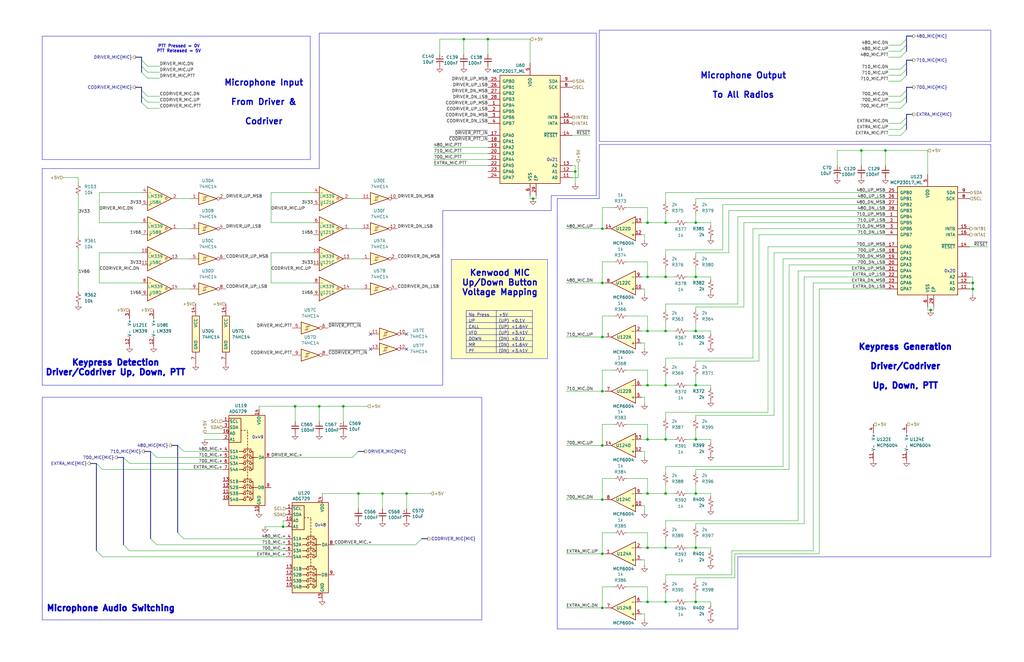
<source format=kicad_sch>
(kicad_sch (version 20250114) (generator "eeschema") (generator_version "9.0")
  (paper "B")
  (bus_alias "CODRIVER_MIC" (members "UP" "DOWN" "PTT" "+"))
  (bus_alias "DN_TO_RADIO" (members "480" "710" "700" "EXTRA"))
  (bus_alias "DRIVER_MIC" (members "UP" "DOWN" "PTT" "+"))
  (bus_alias "PTT_TO_RADIO" (members "UP" "DOWN" "PTT" "+"))
  (bus_alias "UP_TO_RADIO" (members "UP" "DOWN" "PTT" "+"))
  (rectangle (start 17.78 15.24) (end 130.81 67.31))
  (rectangle (start 252.73 12.7) (end 417.83 59.69))
  (rectangle (start 190.246 109.474) (end 230.886 151.384) (fill (type color) (color 255 255 194 1)))
  (rectangle (start 17.78 167.64) (end 203.2 261.62))
  (text "0x21" (at 232.918 67.564 0) (effects (font (size 1.27 1.27))))
  (text "0x49" (at 108.712 184.658 0) (effects (font (size 1.27 1.27))))
  (text "Keypress Generation\n\nDriver/Codriver\n\nUp, Down, PTT" (at 381.762 154.686 0) (effects (font (size 2.54 2.54) (thickness 1.016) (bold yes))))
  (text "Microphone Output\n\nTo All Radios" (at 313.436 36.068 0) (effects (font (size 2.54 2.54) (thickness 0.508) (bold yes))))
  (text "Keypress Detection\nDriver/Codriver Up, Down, PTT" (at 48.768 155.194 0) (effects (font (size 2.54 2.54) (thickness 1.016) (bold yes))))
  (text "0x20" (at 400.558 114.554 0) (effects (font (size 1.27 1.27))))
  (text "PTT Pressed = 0V\nPTT Released = 5V" (at 75.438 20.574 0) (effects (font (size 1.27 1.27) (thickness 0.254) (bold yes))))
  (text "Microphone Input\n\nFrom Driver &\n\nCodriver" (at 111.252 43.18 0) (effects (font (size 2.54 2.54) (thickness 0.508) (bold yes))))
  (text "0x48" (at 135.128 221.742 0) (effects (font (size 1.27 1.27))))
  (text "Microphone Audio Switching" (at 46.736 256.794 0) (effects (font (size 2.54 2.54) (thickness 1.016) (bold yes))))
  (text "Kenwood MIC\nUp/Down Button\nVoltage Mapping" (at 210.82 119.38 0) (effects (font (size 2.54 2.54) (thickness 0.508) (bold yes))))
  (junction (at 280.67 231.14))
  (junction (at 134.62 171.45))
  (junction (at 410.21 119.38))
  (junction (at 224.79 83.82))
  (junction (at 273.05 185.42))
  (junction (at 410.21 121.92))
  (junction (at 161.29 208.28))
  (junction (at 124.46 171.45))
  (junction (at 254 165.1))
  (junction (at 293.37 162.56))
  (junction (at 280.67 93.98))
  (junction (at 273.05 139.7))
  (junction (at 293.37 254))
  (junction (at 205.74 16.51))
  (junction (at 151.13 208.28))
  (junction (at 254 187.96))
  (junction (at 280.67 162.56))
  (junction (at 273.05 162.56))
  (junction (at 254 233.68))
  (junction (at 254 96.52))
  (junction (at 144.78 171.45))
  (junction (at 293.37 231.14))
  (junction (at 392.43 130.81))
  (junction (at 242.57 72.39))
  (junction (at 280.67 208.28))
  (junction (at 293.37 208.28))
  (junction (at 280.67 254))
  (junction (at 254 142.24))
  (junction (at 280.67 185.42))
  (junction (at 254 119.38))
  (junction (at 254 256.54))
  (junction (at 273.05 208.28))
  (junction (at 254 210.82))
  (junction (at 171.45 208.28))
  (junction (at 273.05 93.98))
  (junction (at 280.67 116.84))
  (junction (at 273.05 254))
  (junction (at 293.37 185.42))
  (junction (at 293.37 139.7))
  (junction (at 363.22 63.5))
  (junction (at 273.05 116.84))
  (junction (at 373.38 63.5))
  (junction (at 273.05 231.14))
  (junction (at 119.38 222.25))
  (junction (at 293.37 93.98))
  (junction (at 293.37 116.84))
  (junction (at 195.58 16.51))
  (junction (at 280.67 139.7))
  (no_connect (at 171.45 140.97))
  (no_connect (at 156.21 147.32))
  (no_connect (at 171.45 147.32))
  (no_connect (at 156.21 140.97))
  (bus_entry (at 379.73 19.05) (size 2.54 -2.54))
  (bus_entry (at 74.93 224.79) (size 2.54 2.54))
  (bus_entry (at 62.23 27.94) (size -2.54 -2.54))
  (bus_entry (at 52.07 229.87) (size 2.54 2.54))
  (bus_entry (at 379.73 24.13) (size 2.54 -2.54))
  (bus_entry (at 379.73 54.61) (size 2.54 -2.54))
  (bus_entry (at 52.07 193.04) (size 2.54 2.54))
  (bus_entry (at 40.64 232.41) (size 2.54 2.54))
  (bus_entry (at 379.73 43.18) (size 2.54 -2.54))
  (bus_entry (at 177.8 227.33) (size -2.54 2.54))
  (bus_entry (at 379.73 31.75) (size 2.54 -2.54))
  (bus_entry (at 62.23 40.64) (size -2.54 -2.54))
  (bus_entry (at 379.73 52.07) (size 2.54 -2.54))
  (bus_entry (at 62.23 45.72) (size -2.54 -2.54))
  (bus_entry (at 379.73 40.64) (size 2.54 -2.54))
  (bus_entry (at 151.13 190.5) (size -2.54 2.54))
  (bus_entry (at 63.5 190.5) (size 2.54 2.54))
  (bus_entry (at 379.73 21.59) (size 2.54 -2.54))
  (bus_entry (at 62.23 30.48) (size -2.54 -2.54))
  (bus_entry (at 63.5 227.33) (size 2.54 2.54))
  (bus_entry (at 379.73 34.29) (size 2.54 -2.54))
  (bus_entry (at 74.93 187.96) (size 2.54 2.54))
  (bus_entry (at 379.73 29.21) (size 2.54 -2.54))
  (bus_entry (at 379.73 57.15) (size 2.54 -2.54))
  (bus_entry (at 379.73 45.72) (size 2.54 -2.54))
  (bus_entry (at 62.23 33.02) (size -2.54 -2.54))
  (bus_entry (at 62.23 43.18) (size -2.54 -2.54))
  (bus_entry (at 40.64 195.58) (size 2.54 2.54))
  (wire (pts (xy 320.04 152.4) (xy 320.04 99.06)))
  (wire (pts (xy 353.06 63.5) (xy 353.06 69.85)))
  (wire (pts (xy 273.05 231.14) (xy 280.67 231.14)))
  (wire (pts (xy 271.78 215.9) (xy 271.78 213.36)))
  (wire (pts (xy 254 96.52) (xy 255.27 96.52)))
  (wire (pts (xy 33.02 74.93) (xy 33.02 77.47)))
  (bus (pts (xy 63.5 190.5) (xy 63.5 227.33)))
  (wire (pts (xy 270.51 185.42) (xy 273.05 185.42)))
  (wire (pts (xy 254 224.79) (xy 254 233.68)))
  (polyline (pts (xy 186.69 88.9) (xy 186.69 162.56)))
  (wire (pts (xy 336.55 219.71) (xy 280.67 219.71)))
  (wire (pts (xy 408.94 121.92) (xy 410.21 121.92)))
  (wire (pts (xy 293.37 208.28) (xy 289.56 208.28)))
  (wire (pts (xy 241.3 69.85) (xy 242.57 69.85)))
  (wire (pts (xy 299.72 208.28) (xy 293.37 208.28)))
  (wire (pts (xy 120.65 219.71) (xy 119.38 219.71)))
  (wire (pts (xy 254 165.1) (xy 255.27 165.1)))
  (polyline (pts (xy 134.62 13.97) (xy 251.46 13.97)))
  (wire (pts (xy 242.57 72.39) (xy 242.57 77.47)))
  (bus (pts (xy 59.69 27.94) (xy 59.69 30.48)))
  (wire (pts (xy 293.37 93.98) (xy 289.56 93.98)))
  (wire (pts (xy 41.91 93.98) (xy 59.69 93.98)))
  (wire (pts (xy 132.08 81.28) (xy 114.3 81.28)))
  (wire (pts (xy 226.06 82.55) (xy 226.06 83.82)))
  (wire (pts (xy 254 210.82) (xy 255.27 210.82)))
  (wire (pts (xy 280.67 116.84) (xy 284.48 116.84)))
  (wire (pts (xy 62.23 45.72) (xy 67.31 45.72)))
  (wire (pts (xy 195.58 16.51) (xy 205.74 16.51)))
  (polyline (pts (xy 232.41 88.9) (xy 232.41 88.9)))
  (bus (pts (xy 74.93 187.96) (xy 74.93 224.79)))
  (wire (pts (xy 147.32 109.22) (xy 152.4 109.22)))
  (wire (pts (xy 313.69 93.98) (xy 373.38 93.98)))
  (wire (pts (xy 293.37 85.09) (xy 293.37 83.82)))
  (wire (pts (xy 293.37 83.82) (xy 373.38 83.82)))
  (wire (pts (xy 185.42 16.51) (xy 185.42 22.86)))
  (wire (pts (xy 293.37 152.4) (xy 320.04 152.4)))
  (wire (pts (xy 271.78 147.32) (xy 271.78 144.78)))
  (wire (pts (xy 304.8 105.41) (xy 304.8 86.36)))
  (wire (pts (xy 280.67 185.42) (xy 280.67 181.61)))
  (bus (pts (xy 151.13 190.5) (xy 153.67 190.5)))
  (bus (pts (xy 72.39 187.96) (xy 74.93 187.96)))
  (wire (pts (xy 273.05 179.07) (xy 273.05 185.42)))
  (wire (pts (xy 293.37 106.68) (xy 307.34 106.68)))
  (wire (pts (xy 254 133.35) (xy 254 142.24)))
  (wire (pts (xy 270.51 93.98) (xy 273.05 93.98)))
  (polyline (pts (xy 311.15 265.43) (xy 234.95 265.43)))
  (polyline (pts (xy 232.41 82.55) (xy 232.41 88.9)))
  (polyline (pts (xy 17.78 71.12) (xy 134.62 71.12)))
  (wire (pts (xy 293.37 107.95) (xy 293.37 106.68)))
  (wire (pts (xy 374.65 45.72) (xy 379.73 45.72)))
  (bus (pts (xy 382.27 19.05) (xy 382.27 21.59)))
  (wire (pts (xy 393.7 129.54) (xy 393.7 130.81)))
  (wire (pts (xy 271.78 193.04) (xy 271.78 190.5)))
  (wire (pts (xy 374.65 43.18) (xy 379.73 43.18)))
  (bus (pts (xy 59.69 38.1) (xy 59.69 40.64)))
  (wire (pts (xy 270.51 116.84) (xy 273.05 116.84)))
  (wire (pts (xy 339.09 220.98) (xy 339.09 116.84)))
  (wire (pts (xy 342.9 232.41) (xy 308.61 232.41)))
  (wire (pts (xy 114.3 106.68) (xy 114.3 119.38)))
  (wire (pts (xy 280.67 231.14) (xy 280.67 227.33)))
  (wire (pts (xy 293.37 231.14) (xy 289.56 231.14)))
  (wire (pts (xy 391.16 63.5) (xy 391.16 73.66)))
  (wire (pts (xy 271.78 236.22) (xy 270.51 236.22)))
  (wire (pts (xy 416.56 104.14) (xy 408.94 104.14)))
  (wire (pts (xy 293.37 90.17) (xy 293.37 93.98)))
  (wire (pts (xy 299.72 162.56) (xy 293.37 162.56)))
  (wire (pts (xy 66.04 229.87) (xy 120.65 229.87)))
  (wire (pts (xy 26.67 74.93) (xy 33.02 74.93)))
  (wire (pts (xy 62.23 43.18) (xy 67.31 43.18)))
  (wire (pts (xy 293.37 204.47) (xy 293.37 208.28)))
  (wire (pts (xy 111.76 222.25) (xy 119.38 222.25)))
  (wire (pts (xy 254 247.65) (xy 254 256.54)))
  (polyline (pts (xy 234.95 265.43) (xy 234.95 83.82)))
  (wire (pts (xy 280.67 139.7) (xy 280.67 135.89)))
  (wire (pts (xy 299.72 231.14) (xy 293.37 231.14)))
  (wire (pts (xy 374.65 21.59) (xy 379.73 21.59)))
  (wire (pts (xy 224.79 83.82) (xy 226.06 83.82)))
  (bus (pts (xy 384.81 15.24) (xy 382.27 15.24)))
  (wire (pts (xy 74.93 121.92) (xy 80.01 121.92)))
  (wire (pts (xy 317.5 96.52) (xy 317.5 151.13)))
  (wire (pts (xy 238.76 256.54) (xy 254 256.54)))
  (wire (pts (xy 273.05 87.63) (xy 273.05 93.98)))
  (wire (pts (xy 293.37 139.7) (xy 289.56 139.7)))
  (polyline (pts (xy 252.73 83.82) (xy 252.73 60.96)))
  (wire (pts (xy 151.13 208.28) (xy 135.89 208.28)))
  (wire (pts (xy 270.51 254) (xy 273.05 254)))
  (wire (pts (xy 363.22 63.5) (xy 363.22 69.85)))
  (wire (pts (xy 299.72 254) (xy 293.37 254)))
  (wire (pts (xy 182.88 62.23) (xy 205.74 62.23)))
  (wire (pts (xy 238.76 165.1) (xy 254 165.1)))
  (wire (pts (xy 223.52 16.51) (xy 205.74 16.51)))
  (wire (pts (xy 254 256.54) (xy 255.27 256.54)))
  (wire (pts (xy 374.65 40.64) (xy 379.73 40.64)))
  (polyline (pts (xy 234.95 83.82) (xy 252.73 83.82)))
  (wire (pts (xy 373.38 109.22) (xy 330.2 109.22)))
  (wire (pts (xy 299.72 209.55) (xy 299.72 208.28)))
  (wire (pts (xy 41.91 106.68) (xy 41.91 119.38)))
  (bus (pts (xy 382.27 52.07) (xy 382.27 54.61)))
  (wire (pts (xy 299.72 163.83) (xy 299.72 162.56)))
  (wire (pts (xy 171.45 208.28) (xy 161.29 208.28)))
  (polyline (pts (xy 17.78 162.56) (xy 17.78 71.12)))
  (wire (pts (xy 391.16 129.54) (xy 391.16 130.81)))
  (wire (pts (xy 345.44 233.68) (xy 345.44 121.92)))
  (bus (pts (xy 382.27 25.4) (xy 382.27 26.67)))
  (wire (pts (xy 259.08 179.07) (xy 254 179.07)))
  (wire (pts (xy 254 179.07) (xy 254 187.96)))
  (wire (pts (xy 43.18 198.12) (xy 93.98 198.12)))
  (wire (pts (xy 259.08 224.79) (xy 254 224.79)))
  (wire (pts (xy 332.74 198.12) (xy 332.74 111.76)))
  (wire (pts (xy 175.26 229.87) (xy 140.97 229.87)))
  (wire (pts (xy 74.93 109.22) (xy 80.01 109.22)))
  (wire (pts (xy 119.38 219.71) (xy 119.38 222.25)))
  (wire (pts (xy 273.05 185.42) (xy 280.67 185.42)))
  (wire (pts (xy 161.29 208.28) (xy 151.13 208.28)))
  (wire (pts (xy 280.67 219.71) (xy 280.67 222.25)))
  (wire (pts (xy 280.67 242.57) (xy 280.67 245.11)))
  (wire (pts (xy 254 233.68) (xy 255.27 233.68)))
  (wire (pts (xy 74.93 96.52) (xy 80.01 96.52)))
  (wire (pts (xy 271.78 190.5) (xy 270.51 190.5)))
  (wire (pts (xy 62.23 40.64) (xy 67.31 40.64)))
  (wire (pts (xy 270.51 162.56) (xy 273.05 162.56)))
  (wire (pts (xy 271.78 238.76) (xy 271.78 236.22)))
  (wire (pts (xy 293.37 198.12) (xy 332.74 198.12)))
  (wire (pts (xy 259.08 247.65) (xy 254 247.65)))
  (wire (pts (xy 205.74 16.51) (xy 205.74 22.86)))
  (wire (pts (xy 273.05 110.49) (xy 273.05 116.84)))
  (bus (pts (xy 57.15 24.13) (xy 59.69 24.13)))
  (wire (pts (xy 161.29 208.28) (xy 161.29 214.63)))
  (bus (pts (xy 59.69 36.83) (xy 59.69 38.1)))
  (wire (pts (xy 273.05 133.35) (xy 273.05 139.7)))
  (wire (pts (xy 33.02 105.41) (xy 33.02 123.19)))
  (wire (pts (xy 299.72 118.11) (xy 299.72 116.84)))
  (wire (pts (xy 248.92 57.15) (xy 241.3 57.15)))
  (wire (pts (xy 326.39 106.68) (xy 373.38 106.68)))
  (wire (pts (xy 66.04 193.04) (xy 93.98 193.04)))
  (wire (pts (xy 77.47 227.33) (xy 120.65 227.33)))
  (wire (pts (xy 280.67 196.85) (xy 280.67 199.39)))
  (polyline (pts (xy 251.46 13.97) (xy 251.46 82.55)))
  (wire (pts (xy 373.38 119.38) (xy 342.9 119.38)))
  (wire (pts (xy 223.52 16.51) (xy 223.52 26.67)))
  (wire (pts (xy 33.02 82.55) (xy 33.02 100.33)))
  (wire (pts (xy 181.61 208.28) (xy 171.45 208.28)))
  (wire (pts (xy 332.74 111.76) (xy 373.38 111.76)))
  (wire (pts (xy 293.37 220.98) (xy 339.09 220.98)))
  (bus (pts (xy 382.27 48.26) (xy 382.27 49.53)))
  (wire (pts (xy 304.8 86.36) (xy 373.38 86.36)))
  (wire (pts (xy 280.67 254) (xy 280.67 250.19)))
  (wire (pts (xy 273.05 254) (xy 280.67 254)))
  (wire (pts (xy 392.43 130.81) (xy 393.7 130.81)))
  (wire (pts (xy 119.38 222.25) (xy 120.65 222.25)))
  (wire (pts (xy 238.76 233.68) (xy 254 233.68)))
  (wire (pts (xy 254 110.49) (xy 254 119.38)))
  (wire (pts (xy 41.91 119.38) (xy 59.69 119.38)))
  (wire (pts (xy 114.3 81.28) (xy 114.3 93.98)))
  (wire (pts (xy 271.78 124.46) (xy 271.78 121.92)))
  (wire (pts (xy 373.38 96.52) (xy 317.5 96.52)))
  (wire (pts (xy 124.46 171.45) (xy 109.22 171.45)))
  (wire (pts (xy 270.51 208.28) (xy 273.05 208.28)))
  (wire (pts (xy 293.37 222.25) (xy 293.37 220.98)))
  (wire (pts (xy 270.51 231.14) (xy 273.05 231.14)))
  (wire (pts (xy 264.16 224.79) (xy 273.05 224.79)))
  (bus (pts (xy 57.15 36.83) (xy 59.69 36.83)))
  (bus (pts (xy 177.8 227.33) (xy 180.34 227.33)))
  (wire (pts (xy 41.91 81.28) (xy 41.91 93.98)))
  (wire (pts (xy 374.65 54.61) (xy 379.73 54.61)))
  (wire (pts (xy 271.78 144.78) (xy 270.51 144.78)))
  (wire (pts (xy 273.05 201.93) (xy 273.05 208.28)))
  (wire (pts (xy 280.67 105.41) (xy 280.67 107.95)))
  (wire (pts (xy 309.88 233.68) (xy 345.44 233.68)))
  (wire (pts (xy 243.84 74.93) (xy 241.3 74.93)))
  (wire (pts (xy 299.72 185.42) (xy 293.37 185.42)))
  (wire (pts (xy 280.67 128.27) (xy 311.15 128.27)))
  (wire (pts (xy 280.67 116.84) (xy 280.67 113.03)))
  (wire (pts (xy 374.65 24.13) (xy 379.73 24.13)))
  (wire (pts (xy 374.65 57.15) (xy 379.73 57.15)))
  (wire (pts (xy 271.78 167.64) (xy 270.51 167.64)))
  (wire (pts (xy 313.69 129.54) (xy 313.69 93.98)))
  (wire (pts (xy 293.37 176.53) (xy 293.37 175.26)))
  (wire (pts (xy 293.37 130.81) (xy 293.37 129.54)))
  (wire (pts (xy 264.16 179.07) (xy 273.05 179.07)))
  (wire (pts (xy 264.16 201.93) (xy 273.05 201.93)))
  (wire (pts (xy 271.78 213.36) (xy 270.51 213.36)))
  (wire (pts (xy 280.67 162.56) (xy 280.67 158.75)))
  (wire (pts (xy 408.94 116.84) (xy 410.21 116.84)))
  (wire (pts (xy 59.69 106.68) (xy 41.91 106.68)))
  (wire (pts (xy 185.42 16.51) (xy 195.58 16.51)))
  (wire (pts (xy 273.05 224.79) (xy 273.05 231.14)))
  (wire (pts (xy 374.65 52.07) (xy 379.73 52.07)))
  (wire (pts (xy 374.65 34.29) (xy 379.73 34.29)))
  (wire (pts (xy 293.37 254) (xy 289.56 254)))
  (wire (pts (xy 238.76 210.82) (xy 254 210.82)))
  (wire (pts (xy 238.76 142.24) (xy 254 142.24)))
  (polyline (pts (xy 417.83 60.96) (xy 417.83 234.95)))
  (wire (pts (xy 299.72 255.27) (xy 299.72 254)))
  (bus (pts (xy 382.27 15.24) (xy 382.27 16.51)))
  (wire (pts (xy 373.38 91.44) (xy 311.15 91.44)))
  (wire (pts (xy 309.88 243.84) (xy 309.88 233.68)))
  (wire (pts (xy 62.23 30.48) (xy 67.31 30.48)))
  (wire (pts (xy 273.05 139.7) (xy 280.67 139.7)))
  (wire (pts (xy 259.08 156.21) (xy 254 156.21)))
  (wire (pts (xy 293.37 129.54) (xy 313.69 129.54)))
  (wire (pts (xy 299.72 116.84) (xy 293.37 116.84)))
  (wire (pts (xy 293.37 153.67) (xy 293.37 152.4)))
  (wire (pts (xy 147.32 96.52) (xy 152.4 96.52)))
  (wire (pts (xy 373.38 114.3) (xy 336.55 114.3)))
  (wire (pts (xy 264.16 156.21) (xy 273.05 156.21)))
  (wire (pts (xy 410.21 116.84) (xy 410.21 119.38)))
  (wire (pts (xy 293.37 113.03) (xy 293.37 116.84)))
  (wire (pts (xy 280.67 242.57) (xy 308.61 242.57)))
  (wire (pts (xy 293.37 199.39) (xy 293.37 198.12)))
  (wire (pts (xy 43.18 234.95) (xy 120.65 234.95)))
  (bus (pts (xy 382.27 26.67) (xy 382.27 29.21)))
  (wire (pts (xy 320.04 99.06) (xy 373.38 99.06)))
  (wire (pts (xy 317.5 151.13) (xy 280.67 151.13)))
  (wire (pts (xy 238.76 119.38) (xy 254 119.38)))
  (bus (pts (xy 384.81 36.83) (xy 382.27 36.83)))
  (wire (pts (xy 144.78 171.45) (xy 144.78 177.8)))
  (wire (pts (xy 336.55 114.3) (xy 336.55 219.71)))
  (wire (pts (xy 148.59 193.04) (xy 114.3 193.04)))
  (wire (pts (xy 114.3 93.98) (xy 132.08 93.98)))
  (wire (pts (xy 311.15 91.44) (xy 311.15 128.27)))
  (wire (pts (xy 299.72 95.25) (xy 299.72 93.98)))
  (wire (pts (xy 254 201.93) (xy 254 210.82)))
  (wire (pts (xy 273.05 93.98) (xy 280.67 93.98)))
  (wire (pts (xy 62.23 33.02) (xy 67.31 33.02)))
  (wire (pts (xy 273.05 116.84) (xy 280.67 116.84)))
  (bus (pts (xy 59.69 40.64) (xy 59.69 43.18)))
  (wire (pts (xy 280.67 162.56) (xy 284.48 162.56)))
  (wire (pts (xy 273.05 156.21) (xy 273.05 162.56)))
  (bus (pts (xy 38.1 195.58) (xy 40.64 195.58)))
  (wire (pts (xy 308.61 232.41) (xy 308.61 242.57)))
  (bus (pts (xy 382.27 40.64) (xy 382.27 43.18)))
  (wire (pts (xy 293.37 181.61) (xy 293.37 185.42)))
  (wire (pts (xy 254 187.96) (xy 255.27 187.96)))
  (wire (pts (xy 132.08 106.68) (xy 114.3 106.68)))
  (wire (pts (xy 134.62 171.45) (xy 124.46 171.45)))
  (wire (pts (xy 293.37 175.26) (xy 326.39 175.26)))
  (wire (pts (xy 363.22 63.5) (xy 373.38 63.5)))
  (wire (pts (xy 151.13 208.28) (xy 151.13 214.63)))
  (wire (pts (xy 264.16 133.35) (xy 273.05 133.35)))
  (wire (pts (xy 410.21 119.38) (xy 410.21 121.92)))
  (wire (pts (xy 293.37 135.89) (xy 293.37 139.7)))
  (polyline (pts (xy 417.83 234.95) (xy 311.15 234.95)))
  (wire (pts (xy 264.16 247.65) (xy 273.05 247.65)))
  (wire (pts (xy 271.78 121.92) (xy 270.51 121.92)))
  (wire (pts (xy 135.89 208.28) (xy 135.89 209.55)))
  (wire (pts (xy 147.32 83.82) (xy 152.4 83.82)))
  (wire (pts (xy 109.22 171.45) (xy 109.22 172.72)))
  (wire (pts (xy 259.08 201.93) (xy 254 201.93)))
  (wire (pts (xy 293.37 185.42) (xy 289.56 185.42)))
  (wire (pts (xy 254 119.38) (xy 255.27 119.38)))
  (bus (pts (xy 40.64 195.58) (xy 40.64 232.41)))
  (wire (pts (xy 293.37 243.84) (xy 309.88 243.84)))
  (bus (pts (xy 49.53 193.04) (xy 52.07 193.04)))
  (polyline (pts (xy 186.69 162.56) (xy 17.78 162.56)))
  (polyline (pts (xy 251.46 82.55) (xy 232.41 82.55)))
  (wire (pts (xy 114.3 119.38) (xy 132.08 119.38)))
  (polyline (pts (xy 134.62 71.12) (xy 134.62 13.97)))
  (wire (pts (xy 280.67 185.42) (xy 284.48 185.42)))
  (wire (pts (xy 238.76 96.52) (xy 254 96.52)))
  (wire (pts (xy 293.37 227.33) (xy 293.37 231.14)))
  (wire (pts (xy 54.61 232.41) (xy 120.65 232.41)))
  (wire (pts (xy 273.05 208.28) (xy 280.67 208.28)))
  (polyline (pts (xy 311.15 234.95) (xy 311.15 265.43)))
  (wire (pts (xy 299.72 139.7) (xy 293.37 139.7)))
  (wire (pts (xy 238.76 187.96) (xy 254 187.96)))
  (wire (pts (xy 273.05 247.65) (xy 273.05 254)))
  (wire (pts (xy 271.78 99.06) (xy 270.51 99.06)))
  (wire (pts (xy 254 87.63) (xy 254 96.52)))
  (wire (pts (xy 410.21 119.38) (xy 408.94 119.38)))
  (wire (pts (xy 195.58 16.51) (xy 195.58 22.86)))
  (wire (pts (xy 242.57 72.39) (xy 241.3 72.39)))
  (wire (pts (xy 307.34 106.68) (xy 307.34 88.9)))
  (wire (pts (xy 280.67 81.28) (xy 280.67 85.09)))
  (wire (pts (xy 264.16 110.49) (xy 273.05 110.49)))
  (wire (pts (xy 330.2 109.22) (xy 330.2 196.85)))
  (wire (pts (xy 280.67 139.7) (xy 284.48 139.7)))
  (wire (pts (xy 271.78 170.18) (xy 271.78 167.64)))
  (wire (pts (xy 342.9 119.38) (xy 342.9 232.41)))
  (wire (pts (xy 280.67 231.14) (xy 284.48 231.14)))
  (bus (pts (xy 382.27 36.83) (xy 382.27 38.1)))
  (wire (pts (xy 59.69 81.28) (xy 41.91 81.28)))
  (wire (pts (xy 323.85 173.99) (xy 280.67 173.99)))
  (wire (pts (xy 323.85 104.14) (xy 323.85 173.99)))
  (wire (pts (xy 171.45 208.28) (xy 171.45 214.63)))
  (wire (pts (xy 280.67 208.28) (xy 280.67 204.47)))
  (wire (pts (xy 271.78 261.62) (xy 271.78 259.08)))
  (wire (pts (xy 293.37 162.56) (xy 289.56 162.56)))
  (bus (pts (xy 59.69 24.13) (xy 59.69 25.4)))
  (wire (pts (xy 223.52 83.82) (xy 224.79 83.82)))
  (wire (pts (xy 373.38 104.14) (xy 323.85 104.14)))
  (wire (pts (xy 373.38 63.5) (xy 373.38 69.85)))
  (wire (pts (xy 293.37 158.75) (xy 293.37 162.56)))
  (wire (pts (xy 254 156.21) (xy 254 165.1)))
  (wire (pts (xy 154.94 171.45) (xy 144.78 171.45)))
  (wire (pts (xy 264.16 87.63) (xy 273.05 87.63)))
  (wire (pts (xy 242.57 69.85) (xy 242.57 72.39)))
  (wire (pts (xy 144.78 171.45) (xy 134.62 171.45)))
  (wire (pts (xy 182.88 64.77) (xy 205.74 64.77)))
  (wire (pts (xy 259.08 87.63) (xy 254 87.63)))
  (bus (pts (xy 382.27 38.1) (xy 382.27 40.64)))
  (polyline (pts (xy 232.41 88.9) (xy 186.69 88.9)))
  (bus (pts (xy 52.07 193.04) (xy 52.07 229.87)))
  (wire (pts (xy 134.62 171.45) (xy 134.62 177.8)))
  (wire (pts (xy 280.67 105.41) (xy 304.8 105.41)))
  (wire (pts (xy 299.72 232.41) (xy 299.72 231.14)))
  (bus (pts (xy 382.27 29.21) (xy 382.27 31.75)))
  (wire (pts (xy 345.44 121.92) (xy 373.38 121.92)))
  (wire (pts (xy 124.46 171.45) (xy 124.46 177.8)))
  (wire (pts (xy 270.51 139.7) (xy 273.05 139.7)))
  (bus (pts (xy 382.27 49.53) (xy 382.27 52.07)))
  (bus (pts (xy 384.81 48.26) (xy 382.27 48.26)))
  (wire (pts (xy 293.37 250.19) (xy 293.37 254)))
  (bus (pts (xy 384.81 25.4) (xy 382.27 25.4)))
  (wire (pts (xy 391.16 63.5) (xy 373.38 63.5)))
  (wire (pts (xy 254 142.24) (xy 255.27 142.24)))
  (wire (pts (xy 339.09 116.84) (xy 373.38 116.84)))
  (wire (pts (xy 280.67 254) (xy 284.48 254)))
  (wire (pts (xy 374.65 19.05) (xy 379.73 19.05)))
  (wire (pts (xy 391.16 130.81) (xy 392.43 130.81)))
  (wire (pts (xy 273.05 162.56) (xy 280.67 162.56)))
  (wire (pts (xy 353.06 63.5) (xy 363.22 63.5)))
  (wire (pts (xy 299.72 93.98) (xy 293.37 93.98)))
  (wire (pts (xy 280.67 151.13) (xy 280.67 153.67)))
  (wire (pts (xy 271.78 259.08) (xy 270.51 259.08)))
  (bus (pts (xy 59.69 25.4) (xy 59.69 27.94)))
  (wire (pts (xy 86.36 185.42) (xy 93.98 185.42)))
  (wire (pts (xy 374.65 29.21) (xy 379.73 29.21)))
  (wire (pts (xy 299.72 140.97) (xy 299.72 139.7)))
  (wire (pts (xy 280.67 93.98) (xy 284.48 93.98)))
  (wire (pts (xy 410.21 121.92) (xy 410.21 124.46)))
  (wire (pts (xy 299.72 186.69) (xy 299.72 185.42)))
  (wire (pts (xy 330.2 196.85) (xy 280.67 196.85)))
  (wire (pts (xy 259.08 110.49) (xy 254 110.49)))
  (wire (pts (xy 54.61 195.58) (xy 93.98 195.58)))
  (wire (pts (xy 373.38 81.28) (xy 280.67 81.28)))
  (wire (pts (xy 280.67 93.98) (xy 280.67 90.17)))
  (wire (pts (xy 307.34 88.9) (xy 373.38 88.9)))
  (wire (pts (xy 182.88 67.31) (xy 205.74 67.31)))
  (wire (pts (xy 259.08 133.35) (xy 254 133.35)))
  (wire (pts (xy 74.93 83.82) (xy 80.01 83.82)))
  (bus (pts (xy 60.96 190.5) (xy 63.5 190.5)))
  (wire (pts (xy 77.47 190.5) (xy 93.98 190.5)))
  (wire (pts (xy 271.78 101.6) (xy 271.78 99.06)))
  (wire (pts (xy 147.32 121.92) (xy 152.4 121.92)))
  (wire (pts (xy 280.67 208.28) (xy 284.48 208.28)))
  (wire (pts (xy 326.39 175.26) (xy 326.39 106.68)))
  (wire (pts (xy 62.23 27.94) (xy 67.31 27.94)))
  (wire (pts (xy 293.37 116.84) (xy 289.56 116.84)))
  (wire (pts (xy 243.84 68.58) (xy 243.84 74.93)))
  (bus (pts (xy 382.27 16.51) (xy 382.27 19.05)))
  (polyline (pts (xy 252.73 60.96) (xy 417.83 60.96)))
  (wire (pts (xy 374.65 31.75) (xy 379.73 31.75)))
  (wire (pts (xy 223.52 82.55) (xy 223.52 83.82)))
  (wire (pts (xy 280.67 173.99) (xy 280.67 176.53)))
  (wire (pts (xy 280.67 128.27) (xy 280.67 130.81)))
  (wire (pts (xy 293.37 245.11) (xy 293.37 243.84)))
  (wire (pts (xy 86.36 182.88) (xy 93.98 182.88)))
  (wire (pts (xy 182.88 69.85) (xy 205.74 69.85)))
  (table (column_count 2) (border (external yes) (header yes)) (separators (rows yes) (cols yes)) (column_widths 12.7 15.24) (row_heights 2.54 2.54 2.54 2.54 2.54 2.54 2.54) (cells (table_cell "No Press" (at 196.596 131.064 0) (size 12.7 2.54) (margins 0.9525 0.9525 0.9525 0.9525) (span 1 1)) (table_cell "+5V" (at 209.296 131.064 0) (size 15.24 2.54) (margins 0.9525 0.9525 0.9525 0.9525) (span 1 1)) (table_cell "UP" (at 196.596 133.604 0) (size 12.7 2.54) (margins 0.9525 0.9525 0.9525 0.9525) (span 1 1)) (table_cell "(UP) +0.1V" (at 209.296 133.604 0) (size 15.24 2.54) (margins 0.9525 0.9525 0.9525 0.9525) (span 1 1)) (table_cell "CALL" (at 196.596 136.144 0) (size 12.7 2.54) (margins 0.9525 0.9525 0.9525 0.9525) (span 1 1)) (table_cell "(UP) +1.64V" (at 209.296 136.144 0) (size 15.24 2.54) (margins 0.9525 0.9525 0.9525 0.9525) (span 1 1)) (table_cell "VFO" (at 196.596 138.684 0) (size 12.7 2.54) (margins 0.9525 0.9525 0.9525 0.9525) (span 1 1)) (table_cell "(UP) +3.41V" (at 209.296 138.684 0) (size 15.24 2.54) (margins 0.9525 0.9525 0.9525 0.9525) (span 1 1)) (table_cell "DOWN" (at 196.596 141.224 0) (size 12.7 2.54) (margins 0.9525 0.9525 0.9525 0.9525) (span 1 1)) (table_cell "(DN) +0.1V" (at 209.296 141.224 0) (size 15.24 2.54) (margins 0.9525 0.9525 0.9525 0.9525) (span 1 1)) (table_cell "MR" (at 196.596 143.764 0) (size 12.7 2.54) (margins 0.9525 0.9525 0.9525 0.9525) (span 1 1)) (table_cell "(DN) +1.64V" (at 209.296 143.764 0) (size 15.24 2.54) (margins 0.9525 0.9525 0.9525 0.9525) (span 1 1)) (table_cell "PF" (at 196.596 146.304 0) (size 12.7 2.54) (margins 0.9525 0.9525 0.9525 0.9525) (span 1 1)) (table_cell "(DN) +3.41V" (at 209.296 146.304 0) (size 15.24 2.54) (margins 0.9525 0.9525 0.9525 0.9525) (span 1 1))))
  (label "700_DN_MSB" (at 373.38 109.22 180))
  (label "EXTRA_MIC.PTT" (at 374.65 57.15 180))
  (label "CODRIVER_DN_MSB" (at 167.64 109.22 0))
  (label "700_MIC.DN" (at 238.76 210.82 0))
  (label "~{RESET}" (at 416.56 104.14 180))
  (label "700_MIC.+" (at 120.65 232.41 180))
  (label "EXTRA_MIC.+" (at 120.5477 234.95 180))
  (label "480_UP_LSB" (at 373.38 83.82 180))
  (label "480_MIC.PTT" (at 182.88 62.23 0))
  (label "DRIVER_MIC.+" (at 114.3 193.04 0))
  (label "CODRIVER_DN_MSB" (at 205.74 49.53 180))
  (label "700_MIC.PTT" (at 374.65 45.72 180))
  (label "1V66" (at 33.02 115.57 0))
  (label "710_DN_LSB" (at 373.38 99.06 180))
  (label "710_MIC.+" (at 120.65 229.87 180))
  (label "710_DN_MSB" (at 373.38 96.52 180))
  (label "700_MIC.+" (at 93.98 195.58 180))
  (label "710_MIC.PTT" (at 182.88 64.77 0))
  (label "EXTRA_MIC.UP" (at 374.65 54.61 180))
  (label "710_MIC.UP" (at 238.76 142.24 0))
  (label "DRIVER_UP_MSB" (at 205.74 34.29 180))
  (label "EXTRA_MIC.DN" (at 238.76 256.54 0))
  (label "~{CODRIVER_PTT_IN}" (at 205.74 59.69 180))
  (label "700_MIC.UP" (at 238.76 187.96 0))
  (label "CODRIVER_MIC.UP" (at 67.31 43.18 0))
  (label "EXTRA_DN_MSB" (at 373.38 119.38 180))
  (label "1V66" (at 59.69 99.06 180))
  (label "CODRIVER_MIC.PTT" (at 67.31 45.72 0))
  (label "3V33" (at 59.69 86.36 180))
  (label "480_MIC.+" (at 120.65 227.33 180))
  (label "CODRIVER_UP_MSB" (at 205.74 44.45 180))
  (label "CODRIVER_UP_LSB" (at 205.74 46.99 180))
  (label "CODRIVER_MIC.DN" (at 41.91 114.3 0))
  (label "EXTRA_DN_LSB" (at 373.38 121.92 180))
  (label "710_MIC.DN" (at 374.65 29.21 180))
  (label "700_MIC.PTT" (at 182.88 67.31 0))
  (label "1V66" (at 59.69 124.46 180))
  (label "CODRIVER_UP_LSB" (at 95.25 121.92 0))
  (label "~{DRIVER_PTT_IN}" (at 205.74 57.15 180))
  (label "480_MIC.DN" (at 238.76 119.38 0))
  (label "CODRIVER_MIC.+" (at 140.97 229.87 0))
  (label "1V66" (at 132.08 99.06 180))
  (label "DRIVER_UP_LSB" (at 205.74 36.83 180))
  (label "480_MIC.UP" (at 374.65 21.59 180))
  (label "700_UP_MSB" (at 373.38 104.14 180))
  (label "EXTRA_MIC.PTT" (at 182.88 69.85 0))
  (label "710_MIC.DN" (at 238.76 165.1 0))
  (label "480_DN_MSB" (at 373.38 86.36 180))
  (label "DRIVER_MIC.PTT" (at 123.19 138.43 180))
  (label "480_MIC.UP" (at 238.76 96.52 0))
  (label "1V66" (at 132.08 124.46 180))
  (label "700_MIC.UP" (at 374.65 43.18 180))
  (label "710_MIC.PTT" (at 374.65 34.29 180))
  (label "CODRIVER_MIC.PTT" (at 123.19 149.86 180))
  (label "~{CODRIVER_PTT_IN}" (at 138.43 149.86 0))
  (label "480_MIC.PTT" (at 374.65 24.13 180))
  (label "EXTRA_MIC.+" (at 93.8777 198.12 180))
  (label "710_UP_MSB" (at 373.38 91.44 180))
  (label "DRIVER_DN_LSB" (at 167.64 96.52 0))
  (label "CODRIVER_DN_LSB" (at 205.74 52.07 180))
  (label "DRIVER_MIC.DN" (at 41.91 88.9 0))
  (label "480_MIC.DN" (at 374.65 19.05 180))
  (label "CODRIVER_MIC.DN" (at 67.31 40.64 0))
  (label "CODRIVER_UP_MSB" (at 95.25 109.22 0))
  (label "DRIVER_DN_MSB" (at 205.74 39.37 180))
  (label "3V33" (at 132.08 111.76 180))
  (label "EXTRA_MIC.DN" (at 374.65 52.07 180))
  (label "710_MIC.+" (at 93.98 193.04 180))
  (label "700_DN_LSB" (at 373.38 111.76 180))
  (label "3V33" (at 59.69 111.76 180))
  (label "CODRIVER_MIC.UP" (at 114.3 114.3 0))
  (label "DRIVER_MIC.PTT" (at 67.31 33.02 0))
  (label "EXTRA_UP_MSB" (at 373.38 114.3 180))
  (label "EXTRA_MIC.UP" (at 238.76 233.68 0))
  (label "DRIVER_MIC.UP" (at 114.3 88.9 0))
  (label "710_UP_LSB" (at 373.38 93.98 180))
  (label "CODRIVER_DN_LSB" (at 167.64 121.92 0))
  (label "DRIVER_UP_MSB" (at 95.25 83.82 0))
  (label "480_UP_MSB" (at 373.38 81.28 180))
  (label "~{RESET}" (at 248.92 57.15 180))
  (label "DRIVER_MIC.UP" (at 67.31 30.48 0))
  (label "700_UP_LSB" (at 373.38 106.68 180))
  (label "DRIVER_DN_LSB" (at 205.74 41.91 180))
  (label "480_DN_LSB" (at 373.38 88.9 180))
  (label "~{DRIVER_PTT_IN}" (at 138.43 138.43 0))
  (label "710_MIC.UP" (at 374.65 31.75 180))
  (label "700_MIC.DN" (at 374.65 40.64 180))
  (label "EXTRA_UP_LSB" (at 373.38 116.84 180))
  (label "DRIVER_DN_MSB" (at 167.64 83.82 0))
  (label "3V33" (at 132.08 86.36 180))
  (label "DRIVER_MIC.DN" (at 67.31 27.94 0))
  (label "DRIVER_UP_LSB" (at 95.25 96.52 0))
  (label "3V33" (at 33.02 90.17 0))
  (label "480_MIC.+" (at 93.98 190.5 180))
  (hierarchical_label "SCL" (shape input) (at 408.94 83.82 0))
  (hierarchical_label "+5V" (shape input) (at 223.52 16.51 0))
  (hierarchical_label "+5V" (shape input) (at 368.3 179.07 0))
  (hierarchical_label "+5V" (shape input) (at 86.36 182.88 90))
  (hierarchical_label "CODRIVER_MIC{MIC}" (shape output) (at 57.15 36.83 180))
  (hierarchical_label "INTB1" (shape output) (at 241.3 49.53 0))
  (hierarchical_label "SDA" (shape input) (at 120.65 217.17 180))
  (hierarchical_label "+5V" (shape input) (at 54.61 130.81 180))
  (hierarchical_label "480_MIC{MIC}" (shape output) (at 384.81 15.24 0))
  (hierarchical_label "INTA1" (shape output) (at 408.94 99.06 0))
  (hierarchical_label "DRIVER_MIC{MIC}" (shape output) (at 57.15 24.13 180))
  (hierarchical_label "SCL" (shape input) (at 120.65 214.63 180))
  (hierarchical_label "700_MIC{MIC}" (shape output) (at 384.81 36.83 0))
  (hierarchical_label "SDA" (shape bidirectional) (at 241.3 34.29 0))
  (hierarchical_label "+5V" (shape input) (at 95.25 128.27 180))
  (hierarchical_label "710_MIC{MIC}" (shape output) (at 60.96 190.5 180))
  (hierarchical_label "INTB1" (shape output) (at 408.94 96.52 0))
  (hierarchical_label "+5V" (shape input) (at 64.77 130.81 180))
  (hierarchical_label "+5V" (shape input) (at 154.94 171.45 0))
  (hierarchical_label "EXTRA_MIC{MIC}" (shape output) (at 384.81 48.26 0))
  (hierarchical_label "SCL" (shape input) (at 93.98 177.8 180))
  (hierarchical_label "+5V" (shape input) (at 382.27 179.07 0))
  (hierarchical_label "+5V" (shape input) (at 181.61 208.28 0))
  (hierarchical_label "CODRIVER_MIC{MIC}" (shape output) (at 180.34 227.33 0))
  (hierarchical_label "SCL" (shape input) (at 241.3 36.83 0))
  (hierarchical_label "+5V" (shape input) (at 391.16 63.5 0))
  (hierarchical_label "INTA1" (shape output) (at 241.3 52.07 0))
  (hierarchical_label "+5V" (shape input) (at 82.55 128.27 180))
  (hierarchical_label "700_MIC{MIC}" (shape output) (at 49.53 193.04 180))
  (hierarchical_label "+5V" (shape input) (at 26.67 74.93 180))
  (hierarchical_label "480_MIC{MIC}" (shape output) (at 72.39 187.96 180))
  (hierarchical_label "SDA" (shape bidirectional) (at 408.94 81.28 0))
  (hierarchical_label "710_MIC{MIC}" (shape output) (at 384.81 25.4 0))
  (hierarchical_label "+5V" (shape input) (at 243.84 68.58 90))
  (hierarchical_label "SDA" (shape input) (at 93.98 180.34 180))
  (hierarchical_label "DRIVER_MIC{MIC}" (shape output) (at 153.67 190.5 0))
  (hierarchical_label "EXTRA_MIC{MIC}" (shape output) (at 38.1 195.58 180))
  (symbol (lib_id "Device:R_Small_US") (at 261.62 247.65 270) (unit 1)
    (property "Reference" "R386" (at 261.62 244.856 90))
    (property "Value" "1k" (at 261.62 242.316 90))
    (property "Description" "Resistor, small US symbol" (effects (hide yes)))
  )
  (symbol (lib_id "power:GND") (at 373.38 74.93 0) (mirror y) (unit 1)
    (property "Reference" "#PWR0276" (effects (hide yes)))
    (property "Value" "GND" (effects (hide yes)))
    (property "Description" "Power symbol creates a global label with name \"GND\" , ground" (effects (hide yes)))
  )
  (symbol (lib_id "power:GND") (at 271.78 124.46 0) (unit 1)
    (property "Reference" "#PWR0284" (effects (hide yes)))
    (property "Value" "GND" (effects (hide yes)))
    (property "Description" "Power symbol creates a global label with name \"GND\" , ground" (effects (hide yes)))
  )
  (symbol (lib_id "power:GND") (at 271.78 238.76 0) (unit 1)
    (property "Reference" "#PWR0740" (effects (hide yes)))
    (property "Value" "GND" (effects (hide yes)))
    (property "Description" "Power symbol creates a global label with name \"GND\" , ground" (effects (hide yes)))
  )
  (symbol (lib_id "Device:R_Small_US") (at 280.67 247.65 0) (mirror x) (unit 1)
    (property "Reference" "R390" (at 283.21 248.9201 0) (effects (justify left)))
    (property "Value" "2k" (at 283.21 246.3801 0) (effects (justify left)))
    (property "Description" "Resistor, small US symbol" (effects (hide yes)))
  )
  (symbol (lib_id "power:GND") (at 64.77 146.05 0) (unit 1)
    (property "Reference" "#PWR0227" (effects (hide yes)))
    (property "Value" "GND" (effects (hide yes)))
    (property "Description" "Power symbol creates a global label with name \"GND\" , ground" (effects (hide yes)))
  )
  (symbol (lib_id "Amplifier_Operational:MCP6004") (at 212.09 533.4 180) (unit 5)
    (property "Reference" "U124" (at 215.9 532.1299 0) (effects (justify right)))
    (property "Value" "MCP6004" (at 215.9 534.6699 0) (effects (justify right)))
    (property "Datasheet" "http://ww1.microchip.com/downloads/en/DeviceDoc/21733j.pdf" (effects (hide yes)))
    (property "Description" "1MHz, Low-Power Op Amp, DIP-14/SOIC-14/TSSOP-14" (effects (hide yes)))
  )
  (symbol (lib_id "Device:R_Small_US") (at 299.72 120.65 0) (mirror y) (unit 1)
    (property "Reference" "R382" (at 297.18 119.3799 0) (effects (justify left)))
    (property "Value" "2k" (at 297.18 121.9199 0) (effects (justify left)))
    (property "Description" "Resistor, small US symbol" (effects (hide yes)))
  )
  (symbol (lib_id "Device:R_Small_US") (at 261.62 224.79 270) (unit 1)
    (property "Reference" "R385" (at 261.62 221.996 90))
    (property "Value" "1k" (at 261.62 219.456 90))
    (property "Description" "Resistor, small US symbol" (effects (hide yes)))
  )
  (symbol (lib_id "Device:R_Small_US") (at 287.02 116.84 90) (unit 1)
    (property "Reference" "R378" (at 287.02 119.634 90))
    (property "Value" "1k" (at 287.02 122.174 90))
    (property "Description" "Resistor, small US symbol" (effects (hide yes)))
  )
  (symbol (lib_id "Device:R_Small_US") (at 261.62 201.93 270) (unit 1)
    (property "Reference" "R384" (at 261.62 199.136 90))
    (property "Value" "1k" (at 261.62 196.596 90))
    (property "Description" "Resistor, small US symbol" (effects (hide yes)))
  )
  (symbol (lib_id "power:GND") (at 135.89 252.73 0) (unit 1)
    (property "Reference" "#PWR0733" (effects (hide yes)))
    (property "Value" "GND" (effects (hide yes)))
    (property "Description" "Power symbol creates a global label with name \"GND\" , ground" (effects (hide yes)))
  )
  (symbol (lib_id "power:GND") (at 271.78 170.18 0) (unit 1)
    (property "Reference" "#PWR0280" (effects (hide yes)))
    (property "Value" "GND" (effects (hide yes)))
    (property "Description" "Power symbol creates a global label with name \"GND\" , ground" (effects (hide yes)))
  )
  (symbol (lib_id "power:GND") (at 271.78 261.62 0) (unit 1)
    (property "Reference" "#PWR0741" (effects (hide yes)))
    (property "Value" "GND" (effects (hide yes)))
    (property "Description" "Power symbol creates a global label with name \"GND\" , ground" (effects (hide yes)))
  )
  (symbol (lib_id "AudioPanelLibrary:74HC14") (at 160.02 96.52 0) (unit 6)
    (property "Reference" "U30" (at 160.02 88.9 0))
    (property "Value" "74HC14" (at 160.02 91.44 0))
    (property "Datasheet" "http://www.ti.com/lit/gpn/sn74HC14" (effects (hide yes)))
    (property "Description" "Hex inverter schmitt trigger" (effects (hide yes)))
  )
  (symbol (lib_id "Device:R_Small_US") (at 287.02 162.56 90) (unit 1)
    (property "Reference" "R370" (at 287.02 165.354 90))
    (property "Value" "1k" (at 287.02 167.894 90))
    (property "Description" "Resistor, small US symbol" (effects (hide yes)))
  )
  (symbol (lib_id "AudioPanelLibrary:74HC14") (at 160.02 121.92 0) (unit 2)
    (property "Reference" "U57" (at 160.02 114.3 0))
    (property "Value" "74HC14" (at 160.02 116.84 0))
    (property "Datasheet" "http://www.ti.com/lit/gpn/sn74HC14" (effects (hide yes)))
    (property "Description" "Hex inverter schmitt trigger" (effects (hide yes)))
  )
  (symbol (lib_id "Device:R_Small_US") (at 293.37 201.93 0) (mirror x) (unit 1)
    (property "Reference" "R396" (at 295.91 203.2001 0) (effects (justify left)))
    (property "Value" "2k" (at 295.91 200.6601 0) (effects (justify left)))
    (property "Description" "Resistor, small US symbol" (effects (hide yes)))
  )
  (symbol (lib_id "Device:R_Small_US") (at 293.37 87.63 0) (mirror x) (unit 1)
    (property "Reference" "R379" (at 295.91 88.9001 0) (effects (justify left)))
    (property "Value" "2k" (at 295.91 86.3601 0) (effects (justify left)))
    (property "Description" "Resistor, small US symbol" (effects (hide yes)))
  )
  (symbol (lib_id "Device:C_Small") (at 151.13 217.17 0) (unit 1)
    (property "Reference" "C566" (at 153.4541 215.9641 0) (effects (justify left)))
    (property "Value" "100nF" (at 153.4541 218.3884 0) (effects (justify left)))
    (property "Description" "Unpolarized capacitor, small symbol" (effects (hide yes)))
  )
  (symbol (lib_id "Device:R_Small_US") (at 280.67 156.21 0) (mirror x) (unit 1)
    (property "Reference" "R369" (at 283.21 157.4801 0) (effects (justify left)))
    (property "Value" "2k" (at 283.21 154.9401 0) (effects (justify left)))
    (property "Description" "Resistor, small US symbol" (effects (hide yes)))
  )
  (symbol (lib_id "Device:R_Small_US") (at 33.02 125.73 0) (unit 1)
    (property "Reference" "R362" (at 35.56 124.4599 0) (effects (justify left)))
    (property "Value" "10k" (at 35.56 126.9999 0) (effects (justify left)))
    (property "Description" "Resistor, small US symbol" (effects (hide yes)))
  )
  (symbol (lib_id "power:GND") (at 82.55 153.67 0) (unit 1)
    (property "Reference" "#PWR0238" (effects (hide yes)))
    (property "Value" "GND" (effects (hide yes)))
    (property "Description" "Power symbol creates a global label with name \"GND\" , ground" (effects (hide yes)))
  )
  (symbol (lib_id "Device:C_Small") (at 161.29 217.17 0) (unit 1)
    (property "Reference" "C568" (at 163.6141 215.9641 0) (effects (justify left)))
    (property "Value" "100nF" (at 163.6141 218.3884 0) (effects (justify left)))
    (property "Description" "Unpolarized capacitor, small symbol" (effects (hide yes)))
  )
  (symbol (lib_id "Comparator:LM339") (at 57.15 138.43 0) (unit 5)
    (property "Reference" "U121" (at 55.88 137.1599 0) (effects (justify left)))
    (property "Value" "LM339" (at 55.88 139.6999 0) (effects (justify left)))
    (property "Datasheet" "https://www.st.com/resource/en/datasheet/lm139.pdf" (effects (hide yes)))
    (property "Description" "Quad Differential Comparators, SOIC-14/TSSOP-14" (effects (hide yes)))
  )
  (symbol (lib_id "power:GND") (at 33.02 128.27 0) (unit 1)
    (property "Reference" "#PWR046" (effects (hide yes)))
    (property "Value" "GND" (effects (hide yes)))
    (property "Description" "Power symbol creates a global label with name \"GND\" , ground" (effects (hide yes)))
  )
  (symbol (lib_id "AudioPanelLibrary:74HC14") (at 87.63 83.82 0) (unit 1)
    (property "Reference" "U30" (at 87.63 76.2 0))
    (property "Value" "74HC14" (at 87.63 78.74 0))
    (property "Datasheet" "http://www.ti.com/lit/gpn/sn74HC14" (effects (hide yes)))
    (property "Description" "Hex inverter schmitt trigger" (effects (hide yes)))
  )
  (symbol (lib_id "AudioPanelLibrary:74HC14") (at 82.55 140.97 0) (unit 7)
    (property "Reference" "U30" (at 85.09 139.6999 0) (effects (justify left)))
    (property "Value" "74HC14" (at 85.09 142.2399 0) (effects (justify left)))
    (property "Datasheet" "http://www.ti.com/lit/gpn/sn74HC14" (effects (hide yes)))
    (property "Description" "Hex inverter schmitt trigger" (effects (hide yes)))
  )
  (symbol (lib_id "Amplifier_Operational:MCP6004") (at 262.89 165.1 180) (unit 2)
    (property "Reference" "U122" (at 263.144 165.1 0))
    (property "Value" "MCP6004" (at 262.89 171.45 0))
    (property "Datasheet" "http://ww1.microchip.com/downloads/en/DeviceDoc/21733j.pdf" (effects (hide yes)))
    (property "Description" "1MHz, Low-Power Op Amp, DIP-14/SOIC-14/TSSOP-14" (effects (hide yes)))
  )
  (symbol (lib_id "Amplifier_Operational:MCP6004") (at 262.89 210.82 180) (unit 3)
    (property "Reference" "U124" (at 262.89 210.82 0))
    (property "Value" "MCP6004" (at 262.89 216.916 0))
    (property "Datasheet" "http://ww1.microchip.com/downloads/en/DeviceDoc/21733j.pdf" (effects (hide yes)))
    (property "Description" "1MHz, Low-Power Op Amp, DIP-14/SOIC-14/TSSOP-14" (effects (hide yes)))
  )
  (symbol (lib_id "power:GND") (at 185.42 27.94 0) (mirror y) (unit 1)
    (property "Reference" "#PWR0291" (effects (hide yes)))
    (property "Value" "GND" (effects (hide yes)))
    (property "Description" "Power symbol creates a global label with name \"GND\" , ground" (effects (hide yes)))
  )
  (symbol (lib_id "power:GND") (at 111.76 222.25 0) (unit 1)
    (property "Reference" "#PWR0731" (effects (hide yes)))
    (property "Value" "GND" (effects (hide yes)))
    (property "Description" "Power symbol creates a global label with name \"GND\" , ground" (effects (hide yes)))
  )
  (symbol (lib_id "power:GND") (at 299.72 123.19 0) (unit 1)
    (property "Reference" "#PWR0292" (effects (hide yes)))
    (property "Value" "GND" (effects (hide yes)))
    (property "Description" "Power symbol creates a global label with name \"GND\" , ground" (effects (hide yes)))
  )
  (symbol (lib_id "Interface_Expansion:MCP23017_ML") (at 391.16 101.6 0) (mirror y) (unit 1)
    (property "Reference" "U123" (at 389.0167 74.5955 0) (effects (justify left)))
    (property "Value" "MCP23017_ML" (at 389.0167 77.0198 0) (effects (justify left)))
    (property "Footprint" "Package_DFN_QFN:QFN-28-1EP_6x6mm_P0.65mm_EP4.25x4.25mm" (effects (hide yes)))
    (property "Datasheet" "https://ww1.microchip.com/downloads/aemDocuments/documents/APID/ProductDocuments/DataSheets/MCP23017-Data-Sheet-DS20001952.pdf" (effects (hide yes)))
    (property "Description" "16-bit I/O expander, I2C, interrupts, w pull-ups, GPA/B7 output only (https://microchip.my.site.com/s/article/GPA7---GPB7-Cannot-Be-Used-as-Inputs-In-MCP23017), QFN-28" (effects (hide yes)))
  )
  (symbol (lib_id "power:GND") (at 109.22 215.9 0) (unit 1)
    (property "Reference" "#PWR0732" (effects (hide yes)))
    (property "Value" "GND" (effects (hide yes)))
    (property "Description" "Power symbol creates a global label with name \"GND\" , ground" (effects (hide yes)))
  )
  (symbol (lib_id "Device:R_Small_US") (at 261.62 156.21 270) (unit 1)
    (property "Reference" "R368" (at 261.62 153.416 90))
    (property "Value" "1k" (at 261.62 150.876 90))
    (property "Description" "Resistor, small US symbol" (effects (hide yes)))
  )
  (symbol (lib_id "power:GND") (at 299.72 260.35 0) (unit 1)
    (property "Reference" "#PWR0745" (effects (hide yes)))
    (property "Value" "GND" (effects (hide yes)))
    (property "Description" "Power symbol creates a global label with name \"GND\" , ground" (effects (hide yes)))
  )
  (symbol (lib_id "power:GND") (at 410.21 124.46 0) (mirror y) (unit 1)
    (property "Reference" "#PWR0278" (effects (hide yes)))
    (property "Value" "GND" (effects (hide yes)))
    (property "Description" "Power symbol creates a global label with name \"GND\" , ground" (effects (hide yes)))
  )
  (symbol (lib_id "power:GND") (at 86.36 185.42 0) (unit 1)
    (property "Reference" "#PWR0730" (effects (hide yes)))
    (property "Value" "GND" (effects (hide yes)))
    (property "Description" "Power symbol creates a global label with name \"GND\" , ground" (effects (hide yes)))
  )
  (symbol (lib_id "power:GND") (at 271.78 147.32 0) (unit 1)
    (property "Reference" "#PWR0279" (effects (hide yes)))
    (property "Value" "GND" (effects (hide yes)))
    (property "Description" "Power symbol creates a global label with name \"GND\" , ground" (effects (hide yes)))
  )
  (symbol (lib_id "Device:C_Small") (at 373.38 72.39 0) (mirror y) (unit 1)
    (property "Reference" "C129" (at 371.0559 71.1841 0) (effects (justify left)))
    (property "Value" "100nF" (at 371.0559 73.6084 0) (effects (justify left)))
    (property "Description" "Unpolarized capacitor, small symbol" (effects (hide yes)))
  )
  (symbol (lib_id "power:GND") (at 368.3 194.31 0) (unit 1)
    (property "Reference" "#PWR0746" (effects (hide yes)))
    (property "Value" "GND" (effects (hide yes)))
    (property "Description" "Power symbol creates a global label with name \"GND\" , ground" (effects (hide yes)))
  )
  (symbol (lib_id "power:GND") (at 95.25 153.67 0) (unit 1)
    (property "Reference" "#PWR0263" (effects (hide yes)))
    (property "Value" "GND" (effects (hide yes)))
    (property "Description" "Power symbol creates a global label with name \"GND\" , ground" (effects (hide yes)))
  )
  (symbol (lib_id "power:GND") (at 299.72 168.91 0) (unit 1)
    (property "Reference" "#PWR0282" (effects (hide yes)))
    (property "Value" "GND" (effects (hide yes)))
    (property "Description" "Power symbol creates a global label with name \"GND\" , ground" (effects (hide yes)))
  )
  (symbol (lib_id "power:GND") (at 151.13 219.71 0) (unit 1)
    (property "Reference" "#PWR0735" (effects (hide yes)))
    (property "Value" "GND" (effects (hide yes)))
    (property "Description" "Power symbol creates a global label with name \"GND\" , ground" (effects (hide yes)))
  )
  (symbol (lib_id "Device:R_Small_US") (at 280.67 133.35 0) (mirror x) (unit 1)
    (property "Reference" "R363" (at 283.21 134.6201 0) (effects (justify left)))
    (property "Value" "2k" (at 283.21 132.0801 0) (effects (justify left)))
    (property "Description" "Resistor, small US symbol" (effects (hide yes)))
  )
  (symbol (lib_id "Device:R_Small_US") (at 287.02 93.98 90) (unit 1)
    (property "Reference" "R377" (at 287.02 96.774 90))
    (property "Value" "1k" (at 287.02 99.314 90))
    (property "Description" "Resistor, small US symbol" (effects (hide yes)))
  )
  (symbol (lib_id "Device:R_Small_US") (at 280.67 201.93 0) (mirror x) (unit 1)
    (property "Reference" "R388" (at 283.21 203.2001 0) (effects (justify left)))
    (property "Value" "2k" (at 283.21 200.6601 0) (effects (justify left)))
    (property "Description" "Resistor, small US symbol" (effects (hide yes)))
  )
  (symbol (lib_id "power:GND") (at 363.22 74.93 0) (mirror y) (unit 1)
    (property "Reference" "#PWR0265" (effects (hide yes)))
    (property "Value" "GND" (effects (hide yes)))
    (property "Description" "Power symbol creates a global label with name \"GND\" , ground" (effects (hide yes)))
  )
  (symbol (lib_id "Device:R_Small_US") (at 293.37 110.49 0) (mirror x) (unit 1)
    (property "Reference" "R380" (at 295.91 111.7601 0) (effects (justify left)))
    (property "Value" "2k" (at 295.91 109.2201 0) (effects (justify left)))
    (property "Description" "Resistor, small US symbol" (effects (hide yes)))
  )
  (symbol (lib_id "Device:R_Small_US") (at 293.37 133.35 0) (mirror x) (unit 1)
    (property "Reference" "R364" (at 295.91 134.6201 0) (effects (justify left)))
    (property "Value" "2k" (at 295.91 132.0801 0) (effects (justify left)))
    (property "Description" "Resistor, small US symbol" (effects (hide yes)))
  )
  (symbol (lib_id "Amplifier_Operational:MCP6004") (at 262.89 142.24 180) (unit 1)
    (property "Reference" "U122" (at 263.144 142.24 0))
    (property "Value" "MCP6004" (at 262.89 148.59 0))
    (property "Datasheet" "http://ww1.microchip.com/downloads/en/DeviceDoc/21733j.pdf" (effects (hide yes)))
    (property "Description" "1MHz, Low-Power Op Amp, DIP-14/SOIC-14/TSSOP-14" (effects (hide yes)))
  )
  (symbol (lib_id "power:GND") (at 242.57 77.47 0) (mirror y) (unit 1)
    (property "Reference" "#PWR0289" (effects (hide yes)))
    (property "Value" "GND" (effects (hide yes)))
    (property "Description" "Power symbol creates a global label with name \"GND\" , ground" (effects (hide yes)))
  )
  (symbol (lib_id "power:GND") (at 382.27 194.31 0) (unit 1)
    (property "Reference" "#PWR0747" (effects (hide yes)))
    (property "Value" "GND" (effects (hide yes)))
    (property "Description" "Power symbol creates a global label with name \"GND\" , ground" (effects (hide yes)))
  )
  (symbol (lib_id "Interface_Expansion:MCP23017_ML") (at 223.52 54.61 0) (mirror y) (unit 1)
    (property "Reference" "U60" (at 221.3767 27.6055 0) (effects (justify left)))
    (property "Value" "MCP23017_ML" (at 221.3767 30.0298 0) (effects (justify left)))
    (property "Footprint" "Package_DFN_QFN:QFN-28-1EP_6x6mm_P0.65mm_EP4.25x4.25mm" (effects (hide yes)))
    (property "Datasheet" "https://ww1.microchip.com/downloads/aemDocuments/documents/APID/ProductDocuments/DataSheets/MCP23017-Data-Sheet-DS20001952.pdf" (effects (hide yes)))
    (property "Description" "16-bit I/O expander, I2C, interrupts, w pull-ups, GPA/B7 output only (https://microchip.my.site.com/s/article/GPA7---GPB7-Cannot-Be-Used-as-Inputs-In-MCP23017), QFN-28" (effects (hide yes)))
  )
  (symbol (lib_id "power:GND") (at 299.72 214.63 0) (unit 1)
    (property "Reference" "#PWR0743" (effects (hide yes)))
    (property "Value" "GND" (effects (hide yes)))
    (property "Description" "Power symbol creates a global label with name \"GND\" , ground" (effects (hide yes)))
  )
  (symbol (lib_id "Device:C_Small") (at 205.74 25.4 0) (mirror y) (unit 1)
    (property "Reference" "C138" (at 203.4159 24.1941 0) (effects (justify left)))
    (property "Value" "100nF" (at 203.4159 26.6184 0) (effects (justify left)))
    (property "Description" "Unpolarized capacitor, small symbol" (effects (hide yes)))
  )
  (symbol (lib_id "power:GND") (at 271.78 215.9 0) (unit 1)
    (property "Reference" "#PWR0294" (effects (hide yes)))
    (property "Value" "GND" (effects (hide yes)))
    (property "Description" "Power symbol creates a global label with name \"GND\" , ground" (effects (hide yes)))
  )
  (symbol (lib_id "power:GND") (at 195.58 27.94 0) (mirror y) (unit 1)
    (property "Reference" "#PWR0288" (effects (hide yes)))
    (property "Value" "GND" (effects (hide yes)))
    (property "Description" "Power symbol creates a global label with name \"GND\" , ground" (effects (hide yes)))
  )
  (symbol (lib_id "Comparator:LM339") (at 139.7 109.22 0) (mirror x) (unit 3)
    (property "Reference" "U121" (at 137.922 110.744 0))
    (property "Value" "LM339" (at 137.922 108.204 0))
    (property "Datasheet" "https://www.st.com/resource/en/datasheet/lm139.pdf" (effects (hide yes)))
    (property "Description" "Quad Differential Comparators, SOIC-14/TSSOP-14" (effects (hide yes)))
  )
  (symbol (lib_id "Comparator:LM339") (at 67.31 83.82 0) (mirror x) (unit 1)
    (property "Reference" "U58" (at 65.532 85.344 0))
    (property "Value" "LM339" (at 65.532 82.804 0))
    (property "Datasheet" "https://www.st.com/resource/en/datasheet/lm139.pdf" (effects (hide yes)))
    (property "Description" "Quad Differential Comparators, SOIC-14/TSSOP-14" (effects (hide yes)))
  )
  (symbol (lib_id "Comparator:LM339") (at 67.31 138.43 0) (unit 5)
    (property "Reference" "U58" (at 66.04 137.1599 0) (effects (justify left)))
    (property "Value" "LM339" (at 66.04 139.6999 0) (effects (justify left)))
    (property "Datasheet" "https://www.st.com/resource/en/datasheet/lm139.pdf" (effects (hide yes)))
    (property "Description" "Quad Differential Comparators, SOIC-14/TSSOP-14" (effects (hide yes)))
  )
  (symbol (lib_id "Device:R_Small_US") (at 293.37 156.21 0) (mirror x) (unit 1)
    (property "Reference" "R371" (at 295.91 157.4801 0) (effects (justify left)))
    (property "Value" "2k" (at 295.91 154.9401 0) (effects (justify left)))
    (property "Description" "Resistor, small US symbol" (effects (hide yes)))
  )
  (symbol (lib_id "Amplifier_Operational:MCP6004") (at 198.12 533.4 180) (unit 5)
    (property "Reference" "U122" (at 201.93 532.1299 0) (effects (justify right)))
    (property "Value" "MCP6004" (at 201.93 534.6699 0) (effects (justify right)))
    (property "Datasheet" "http://ww1.microchip.com/downloads/en/DeviceDoc/21733j.pdf" (effects (hide yes)))
    (property "Description" "1MHz, Low-Power Op Amp, DIP-14/SOIC-14/TSSOP-14" (effects (hide yes)))
  )
  (symbol (lib_id "Device:R_Small_US") (at 280.67 179.07 0) (mirror x) (unit 1)
    (property "Reference" "R387" (at 283.21 180.3401 0) (effects (justify left)))
    (property "Value" "2k" (at 283.21 177.8001 0) (effects (justify left)))
    (property "Description" "Resistor, small US symbol" (effects (hide yes)))
  )
  (symbol (lib_id "Device:R_Small_US") (at 293.37 179.07 0) (mirror x) (unit 1)
    (property "Reference" "R395" (at 295.91 180.3401 0) (effects (justify left)))
    (property "Value" "2k" (at 295.91 177.8001 0) (effects (justify left)))
    (property "Description" "Resistor, small US symbol" (effects (hide yes)))
  )
  (symbol (lib_id "Device:R_Small_US") (at 261.62 87.63 270) (unit 1)
    (property "Reference" "R373" (at 261.62 84.836 90))
    (property "Value" "1k" (at 261.62 82.296 90))
    (property "Description" "Resistor, small US symbol" (effects (hide yes)))
  )
  (symbol (lib_id "Device:C_Polarized_Small_US") (at 353.06 72.39 0) (mirror y) (unit 1)
    (property "Reference" "C70" (at 350.7486 70.746 0) (effects (justify left)))
    (property "Value" "10uF" (at 350.7486 73.1703 0) (effects (justify left)))
    (property "Description" "Polarized capacitor, small US symbol" (effects (hide yes)))
  )
  (symbol (lib_id "Device:C_Small") (at 195.58 25.4 0) (mirror y) (unit 1)
    (property "Reference" "C139" (at 193.2559 24.1941 0) (effects (justify left)))
    (property "Value" "100nF" (at 193.2559 26.6184 0) (effects (justify left)))
    (property "Description" "Unpolarized capacitor, small symbol" (effects (hide yes)))
  )
  (symbol (lib_id "Device:R_Small_US") (at 299.72 189.23 0) (mirror y) (unit 1)
    (property "Reference" "R399" (at 297.18 187.9599 0) (effects (justify left)))
    (property "Value" "2k" (at 297.18 190.4999 0) (effects (justify left)))
    (property "Description" "Resistor, small US symbol" (effects (hide yes)))
  )
  (symbol (lib_id "power:GND") (at 271.78 101.6 0) (unit 1)
    (property "Reference" "#PWR0283" (effects (hide yes)))
    (property "Value" "GND" (effects (hide yes)))
    (property "Description" "Power symbol creates a global label with name \"GND\" , ground" (effects (hide yes)))
  )
  (symbol (lib_id "Device:R_Small_US") (at 299.72 166.37 0) (mirror y) (unit 1)
    (property "Reference" "R372" (at 297.18 165.0999 0) (effects (justify left)))
    (property "Value" "2k" (at 297.18 167.6399 0) (effects (justify left)))
    (property "Description" "Resistor, small US symbol" (effects (hide yes)))
  )
  (symbol (lib_id "Device:R_Small_US") (at 299.72 97.79 0) (mirror y) (unit 1)
    (property "Reference" "R381" (at 297.18 96.5199 0) (effects (justify left)))
    (property "Value" "2k" (at 297.18 99.0599 0) (effects (justify left)))
    (property "Description" "Resistor, small US symbol" (effects (hide yes)))
  )
  (symbol (lib_id "Comparator:LM339") (at 139.7 96.52 0) (mirror x) (unit 2)
    (property "Reference" "U121" (at 137.922 98.044 0))
    (property "Value" "LM339" (at 137.922 95.504 0))
    (property "Datasheet" "https://www.st.com/resource/en/datasheet/lm139.pdf" (effects (hide yes)))
    (property "Description" "Quad Differential Comparators, SOIC-14/TSSOP-14" (effects (hide yes)))
  )
  (symbol (lib_id "power:GND") (at 124.46 182.88 0) (unit 1)
    (property "Reference" "#PWR0734" (effects (hide yes)))
    (property "Value" "GND" (effects (hide yes)))
    (property "Description" "Power symbol creates a global label with name \"GND\" , ground" (effects (hide yes)))
  )
  (symbol (lib_id "Comparator:LM339") (at 139.7 121.92 0) (mirror x) (unit 4)
    (property "Reference" "U121" (at 137.922 123.444 0))
    (property "Value" "LM339" (at 137.922 120.904 0))
    (property "Datasheet" "https://www.st.com/resource/en/datasheet/lm139.pdf" (effects (hide yes)))
    (property "Description" "Quad Differential Comparators, SOIC-14/TSSOP-14" (effects (hide yes)))
  )
  (symbol (lib_id "AudioPanelLibrary:74HC14") (at 87.63 96.52 0) (unit 2)
    (property "Reference" "U30" (at 87.63 88.9 0))
    (property "Value" "74HC14" (at 87.63 91.44 0))
    (property "Datasheet" "http://www.ti.com/lit/gpn/sn74HC14" (effects (hide yes)))
    (property "Description" "Hex inverter schmitt trigger" (effects (hide yes)))
  )
  (symbol (lib_id "Device:R_Small_US") (at 261.62 110.49 270) (unit 1)
    (property "Reference" "R374" (at 261.62 107.696 90))
    (property "Value" "1k" (at 261.62 105.156 90))
    (property "Description" "Resistor, small US symbol" (effects (hide yes)))
  )
  (symbol (lib_id "Device:C_Polarized_Small_US") (at 185.42 25.4 0) (mirror y) (unit 1)
    (property "Reference" "C140" (at 183.1086 23.756 0) (effects (justify left)))
    (property "Value" "10uF" (at 183.1086 26.1803 0) (effects (justify left)))
    (property "Description" "Polarized capacitor, small US symbol" (effects (hide yes)))
  )
  (symbol (lib_id "AudioPanelLibrary:74HC14") (at 160.02 109.22 0) (unit 1)
    (property "Reference" "U57" (at 160.02 101.6 0))
    (property "Value" "74HC14" (at 160.02 104.14 0))
    (property "Datasheet" "http://www.ti.com/lit/gpn/sn74HC14" (effects (hide yes)))
    (property "Description" "Hex inverter schmitt trigger" (effects (hide yes)))
  )
  (symbol (lib_id "power:GND") (at 171.45 219.71 0) (unit 1)
    (property "Reference" "#PWR0739" (effects (hide yes)))
    (property "Value" "GND" (effects (hide yes)))
    (property "Description" "Power symbol creates a global label with name \"GND\" , ground" (effects (hide yes)))
  )
  (symbol (lib_id "Device:C_Polarized_Small_US") (at 171.45 217.17 0) (unit 1)
    (property "Reference" "C570" (at 173.7614 215.526 0) (effects (justify left)))
    (property "Value" "10uF" (at 173.7614 217.9503 0) (effects (justify left)))
    (property "Description" "Polarized capacitor, small US symbol" (effects (hide yes)))
  )
  (symbol (lib_id "AudioPanelLibrary:74HC14") (at 95.25 140.97 0) (unit 7)
    (property "Reference" "U57" (at 97.79 139.6999 0) (effects (justify left)))
    (property "Value" "74HC14" (at 97.79 142.2399 0) (effects (justify left)))
    (property "Datasheet" "http://www.ti.com/lit/gpn/sn74HC14" (effects (hide yes)))
    (property "Description" "Hex inverter schmitt trigger" (effects (hide yes)))
  )
  (symbol (lib_id "Device:R_Small_US") (at 33.02 80.01 0) (unit 1)
    (property "Reference" "R103" (at 35.56 78.7399 0) (effects (justify left)))
    (property "Value" "10k" (at 35.56 81.2799 0) (effects (justify left)))
    (property "Description" "Resistor, small US symbol" (effects (hide yes)))
  )
  (symbol (lib_id "Amplifier_Operational:MCP6004") (at 262.89 256.54 180) (unit 2)
    (property "Reference" "U124" (at 263.144 256.54 0))
    (property "Value" "MCP6004" (at 262.89 262.89 0))
    (property "Datasheet" "http://ww1.microchip.com/downloads/en/DeviceDoc/21733j.pdf" (effects (hide yes)))
    (property "Description" "1MHz, Low-Power Op Amp, DIP-14/SOIC-14/TSSOP-14" (effects (hide yes)))
  )
  (symbol (lib_id "AudioPanelLibrary:74HC14") (at 130.81 149.86 0) (unit 4)
    (property "Reference" "U57" (at 130.81 142.24 0))
    (property "Value" "74HC14" (at 130.81 144.78 0))
    (property "Datasheet" "http://www.ti.com/lit/gpn/sn74HC14" (effects (hide yes)))
    (property "Description" "Hex inverter schmitt trigger" (effects (hide yes)))
  )
  (symbol (lib_id "Amplifier_Operational:MCP6004") (at 384.81 186.69 0) (unit 5)
    (property "Reference" "U124" (at 383.54 185.4199 0) (effects (justify left)))
    (property "Value" "MCP6004" (at 383.54 187.9599 0) (effects (justify left)))
    (property "Datasheet" "http://ww1.microchip.com/downloads/en/DeviceDoc/21733j.pdf" (effects (hide yes)))
    (property "Description" "1MHz, Low-Power Op Amp, DIP-14/SOIC-14/TSSOP-14" (effects (hide yes)))
  )
  (symbol (lib_id "Device:R_Small_US") (at 299.72 234.95 0) (mirror y) (unit 1)
    (property "Reference" "R401" (at 297.18 233.6799 0) (effects (justify left)))
    (property "Value" "2k" (at 297.18 236.2199 0) (effects (justify left)))
    (property "Description" "Resistor, small US symbol" (effects (hide yes)))
  )
  (symbol (lib_id "power:GND") (at 134.62 182.88 0) (unit 1)
    (property "Reference" "#PWR0736" (effects (hide yes)))
    (property "Value" "GND" (effects (hide yes)))
    (property "Description" "Power symbol creates a global label with name \"GND\" , ground" (effects (hide yes)))
  )
  (symbol (lib_id "Comparator:LM339") (at 67.31 121.92 0) (mirror x) (unit 4)
    (property "Reference" "U58" (at 65.532 123.444 0))
    (property "Value" "LM339" (at 65.532 120.904 0))
    (property "Datasheet" "https://www.st.com/resource/en/datasheet/lm139.pdf" (effects (hide yes)))
    (property "Description" "Quad Differential Comparators, SOIC-14/TSSOP-14" (effects (hide yes)))
  )
  (symbol (lib_id "power:GND") (at 392.43 130.81 0) (mirror y) (unit 1)
    (property "Reference" "#PWR0277" (effects (hide yes)))
    (property "Value" "GND" (effects (hide yes)))
    (property "Description" "Power symbol creates a global label with name \"GND\" , ground" (effects (hide yes)))
  )
  (symbol (lib_id "Device:C_Polarized_Small_US") (at 144.78 180.34 0) (unit 1)
    (property "Reference" "C569" (at 147.0914 178.696 0) (effects (justify left)))
    (property "Value" "10uF" (at 147.0914 181.1203 0) (effects (justify left)))
    (property "Description" "Polarized capacitor, small US symbol" (effects (hide yes)))
  )
  (symbol (lib_id "power:GND") (at 205.74 27.94 0) (mirror y) (unit 1)
    (property "Reference" "#PWR0287" (effects (hide yes)))
    (property "Value" "GND" (effects (hide yes)))
    (property "Description" "Power symbol creates a global label with name \"GND\" , ground" (effects (hide yes)))
  )
  (symbol (lib_id "Amplifier_Operational:MCP6004") (at 262.89 119.38 180) (unit 3)
    (property "Reference" "U122" (at 262.89 119.38 0))
    (property "Value" "MCP6004" (at 262.89 125.476 0))
    (property "Datasheet" "http://ww1.microchip.com/downloads/en/DeviceDoc/21733j.pdf" (effects (hide yes)))
    (property "Description" "1MHz, Low-Power Op Amp, DIP-14/SOIC-14/TSSOP-14" (effects (hide yes)))
  )
  (symbol (lib_id "power:GND") (at 353.06 74.93 0) (mirror y) (unit 1)
    (property "Reference" "#PWR0264" (effects (hide yes)))
    (property "Value" "GND" (effects (hide yes)))
    (property "Description" "Power symbol creates a global label with name \"GND\" , ground" (effects (hide yes)))
  )
  (symbol (lib_id "power:GND") (at 144.78 182.88 0) (unit 1)
    (property "Reference" "#PWR0738" (effects (hide yes)))
    (property "Value" "GND" (effects (hide yes)))
    (property "Description" "Power symbol creates a global label with name \"GND\" , ground" (effects (hide yes)))
  )
  (symbol (lib_id "Device:R_Small_US") (at 33.02 102.87 0) (unit 1)
    (property "Reference" "R361" (at 35.56 101.5999 0) (effects (justify left)))
    (property "Value" "10k" (at 35.56 104.1399 0) (effects (justify left)))
    (property "Description" "Resistor, small US symbol" (effects (hide yes)))
  )
  (symbol (lib_id "power:GND") (at 161.29 219.71 0) (unit 1)
    (property "Reference" "#PWR0737" (effects (hide yes)))
    (property "Value" "GND" (effects (hide yes)))
    (property "Description" "Power symbol creates a global label with name \"GND\" , ground" (effects (hide yes)))
  )
  (symbol (lib_id "power:GND") (at 299.72 146.05 0) (unit 1)
    (property "Reference" "#PWR0281" (effects (hide yes)))
    (property "Value" "GND" (effects (hide yes)))
    (property "Description" "Power symbol creates a global label with name \"GND\" , ground" (effects (hide yes)))
  )
  (symbol (lib_id "Device:R_Small_US") (at 293.37 247.65 0) (mirror x) (unit 1)
    (property "Reference" "R398" (at 295.91 248.9201 0) (effects (justify left)))
    (property "Value" "2k" (at 295.91 246.3801 0) (effects (justify left)))
    (property "Description" "Resistor, small US symbol" (effects (hide yes)))
  )
  (symbol (lib_id "Device:R_Small_US") (at 299.72 212.09 0) (mirror y) (unit 1)
    (property "Reference" "R400" (at 297.18 210.8199 0) (effects (justify left)))
    (property "Value" "2k" (at 297.18 213.3599 0) (effects (justify left)))
    (property "Description" "Resistor, small US symbol" (effects (hide yes)))
  )
  (symbol (lib_id "power:GND") (at 54.61 146.05 0) (unit 1)
    (property "Reference" "#PWR0237" (effects (hide yes)))
    (property "Value" "GND" (effects (hide yes)))
    (property "Description" "Power symbol creates a global label with name \"GND\" , ground" (effects (hide yes)))
  )
  (symbol (lib_id "Device:C_Small") (at 134.62 180.34 0) (unit 1)
    (property "Reference" "C567" (at 136.9441 179.1341 0) (effects (justify left)))
    (property "Value" "100nF" (at 136.9441 181.5584 0) (effects (justify left)))
    (property "Description" "Unpolarized capacitor, small symbol" (effects (hide yes)))
  )
  (symbol (lib_id "Amplifier_Operational:MCP6004") (at 262.89 96.52 180) (unit 4)
    (property "Reference" "U122" (at 262.89 96.52 0))
    (property "Value" "MCP6004" (at 262.89 102.616 0))
    (property "Datasheet" "http://ww1.microchip.com/downloads/en/DeviceDoc/21733j.pdf" (effects (hide yes)))
    (property "Description" "1MHz, Low-Power Op Amp, DIP-14/SOIC-14/TSSOP-14" (effects (hide yes)))
  )
  (symbol (lib_id "Amplifier_Operational:MCP6004") (at 370.84 186.69 0) (unit 5)
    (property "Reference" "U122" (at 369.57 185.4199 0) (effects (justify left)))
    (property "Value" "MCP6004" (at 369.57 187.9599 0) (effects (justify left)))
    (property "Datasheet" "http://ww1.microchip.com/downloads/en/DeviceDoc/21733j.pdf" (effects (hide yes)))
    (property "Description" "1MHz, Low-Power Op Amp, DIP-14/SOIC-14/TSSOP-14" (effects (hide yes)))
  )
  (symbol (lib_id "Device:R_Small_US") (at 287.02 185.42 90) (unit 1)
    (property "Reference" "R391" (at 287.02 188.214 90))
    (property "Value" "1k" (at 287.02 190.754 90))
    (property "Description" "Resistor, small US symbol" (effects (hide yes)))
  )
  (symbol (lib_id "Amplifier_Operational:MCP6004") (at 262.89 187.96 180) (unit 4)
    (property "Reference" "U124" (at 262.89 187.96 0))
    (property "Value" "MCP6004" (at 262.89 194.056 0))
    (property "Datasheet" "http://ww1.microchip.com/downloads/en/DeviceDoc/21733j.pdf" (effects (hide yes)))
    (property "Description" "1MHz, Low-Power Op Amp, DIP-14/SOIC-14/TSSOP-14" (effects (hide yes)))
  )
  (symbol (lib_id "Device:C_Small") (at 124.46 180.34 0) (unit 1)
    (property "Reference" "C565" (at 126.7841 179.1341 0) (effects (justify left)))
    (property "Value" "100nF" (at 126.7841 181.5584 0) (effects (justify left)))
    (property "Description" "Unpolarized capacitor, small symbol" (effects (hide yes)))
  )
  (symbol (lib_id "Device:R_Small_US") (at 287.02 254 90) (unit 1)
    (property "Reference" "R394" (at 287.02 256.794 90))
    (property "Value" "1k" (at 287.02 259.334 90))
    (property "Description" "Resistor, small US symbol" (effects (hide yes)))
  )
  (symbol (lib_id "power:GND") (at 224.79 83.82 0) (mirror y) (unit 1)
    (property "Reference" "#PWR0290" (effects (hide yes)))
    (property "Value" "GND" (effects (hide yes)))
    (property "Description" "Power symbol creates a global label with name \"GND\" , ground" (effects (hide yes)))
  )
  (symbol (lib_id "Device:R_Small_US") (at 280.67 87.63 0) (mirror x) (unit 1)
    (property "Reference" "R375" (at 283.21 88.9001 0) (effects (justify left)))
    (property "Value" "2k" (at 283.21 86.3601 0) (effects (justify left)))
    (property "Description" "Resistor, small US symbol" (effects (hide yes)))
  )
  (symbol (lib_id "power:GND") (at 299.72 237.49 0) (unit 1)
    (property "Reference" "#PWR0744" (effects (hide yes)))
    (property "Value" "GND" (effects (hide yes)))
    (property "Description" "Power symbol creates a global label with name \"GND\" , ground" (effects (hide yes)))
  )
  (symbol (lib_id "Amplifier_Operational:MCP6004") (at 262.89 233.68 180) (unit 1)
    (property "Reference" "U124" (at 263.144 233.68 0))
    (property "Value" "MCP6004" (at 262.89 240.03 0))
    (property "Datasheet" "http://ww1.microchip.com/downloads/en/DeviceDoc/21733j.pdf" (effects (hide yes)))
    (property "Description" "1MHz, Low-Power Op Amp, DIP-14/SOIC-14/TSSOP-14" (effects (hide yes)))
  )
  (symbol (lib_id "power:GND") (at 299.72 191.77 0) (unit 1)
    (property "Reference" "#PWR0742" (effects (hide yes)))
    (property "Value" "GND" (effects (hide yes)))
    (property "Description" "Power symbol creates a global label with name \"GND\" , ground" (effects (hide yes)))
  )
  (symbol (lib_id "AudioPanelLibrary:74HC14") (at 87.63 121.92 0) (unit 4)
    (property "Reference" "U30" (at 87.63 114.3 0))
    (property "Value" "74HC14" (at 87.63 116.84 0))
    (property "Datasheet" "http://www.ti.com/lit/gpn/sn74HC14" (effects (hide yes)))
    (property "Description" "Hex inverter schmitt trigger" (effects (hide yes)))
  )
  (symbol (lib_id "power:GND") (at 299.72 100.33 0) (unit 1)
    (property "Reference" "#PWR0285" (effects (hide yes)))
    (property "Value" "GND" (effects (hide yes)))
    (property "Description" "Power symbol creates a global label with name \"GND\" , ground" (effects (hide yes)))
  )
  (symbol (lib_id "power:GND") (at 271.78 193.04 0) (unit 1)
    (property "Reference" "#PWR0293" (effects (hide yes)))
    (property "Value" "GND" (effects (hide yes)))
    (property "Description" "Power symbol creates a global label with name \"GND\" , ground" (effects (hide yes)))
  )
  (symbol (lib_id "Device:R_Small_US") (at 280.67 110.49 0) (mirror x) (unit 1)
    (property "Reference" "R376" (at 283.21 111.7601 0) (effects (justify left)))
    (property "Value" "2k" (at 283.21 109.2201 0) (effects (justify left)))
    (property "Description" "Resistor, small US symbol" (effects (hide yes)))
  )
  (symbol (lib_id "Device:R_Small_US") (at 261.62 179.07 270) (unit 1)
    (property "Reference" "R383" (at 261.62 176.276 90))
    (property "Value" "1k" (at 261.62 173.736 90))
    (property "Description" "Resistor, small US symbol" (effects (hide yes)))
  )
  (symbol (lib_id "Device:C_Small") (at 363.22 72.39 0) (mirror y) (unit 1)
    (property "Reference" "C120" (at 360.8959 71.1841 0) (effects (justify left)))
    (property "Value" "100nF" (at 360.8959 73.6084 0) (effects (justify left)))
    (property "Description" "Unpolarized capacitor, small symbol" (effects (hide yes)))
  )
  (symbol (lib_id "Device:R_Small_US") (at 261.62 133.35 270) (unit 1)
    (property "Reference" "R366" (at 261.62 130.556 90))
    (property "Value" "1k" (at 261.62 128.016 90))
    (property "Description" "Resistor, small US symbol" (effects (hide yes)))
  )
  (symbol (lib_id "AudioPanelLibrary:74HC14") (at 87.63 109.22 0) (unit 3)
    (property "Reference" "U30" (at 87.63 101.6 0))
    (property "Value" "74HC14" (at 87.63 104.14 0))
    (property "Datasheet" "http://www.ti.com/lit/gpn/sn74HC14" (effects (hide yes)))
    (property "Description" "Hex inverter schmitt trigger" (effects (hide yes)))
  )
  (symbol (lib_id "Device:R_Small_US") (at 299.72 257.81 0) (mirror y) (unit 1)
    (property "Reference" "R402" (at 297.18 256.5399 0) (effects (justify left)))
    (property "Value" "2k" (at 297.18 259.0799 0) (effects (justify left)))
    (property "Description" "Resistor, small US symbol" (effects (hide yes)))
  )
  (symbol (lib_id "AudioPanelLibrary:74HC14") (at 163.83 147.32 0) (unit 6)
    (property "Reference" "U57" (at 176.53 145.796 0))
    (property "Value" "74HC14" (at 176.53 148.336 0))
    (property "Datasheet" "http://www.ti.com/lit/gpn/sn74HC14" (effects (hide yes)))
    (property "Description" "Hex inverter schmitt trigger" (effects (hide yes)))
  )
  (symbol (lib_id "AudioPanelLibrary:74HC14") (at 130.81 138.43 0) (unit 3)
    (property "Reference" "U57" (at 130.81 130.81 0))
    (property "Value" "74HC14" (at 130.81 133.35 0))
    (property "Datasheet" "http://www.ti.com/lit/gpn/sn74HC14" (effects (hide yes)))
    (property "Description" "Hex inverter schmitt trigger" (effects (hide yes)))
  )
  (symbol (lib_id "Comparator:LM339") (at 67.31 96.52 0) (mirror x) (unit 2)
    (property "Reference" "U58" (at 65.532 98.044 0))
    (property "Value" "LM339" (at 65.532 95.504 0))
    (property "Datasheet" "https://www.st.com/resource/en/datasheet/lm139.pdf" (effects (hide yes)))
    (property "Description" "Quad Differential Comparators, SOIC-14/TSSOP-14" (effects (hide yes)))
  )
  (symbol (lib_id "Device:R_Small_US") (at 299.72 143.51 0) (mirror y) (unit 1)
    (property "Reference" "R365" (at 297.18 142.2399 0) (effects (justify left)))
    (property "Value" "2k" (at 297.18 144.7799 0) (effects (justify left)))
    (property "Description" "Resistor, small US symbol" (effects (hide yes)))
  )
  (symbol (lib_id "Device:R_Small_US") (at 280.67 224.79 0) (mirror x) (unit 1)
    (property "Reference" "R389" (at 283.21 226.0601 0) (effects (justify left)))
    (property "Value" "2k" (at 283.21 223.5201 0) (effects (justify left)))
    (property "Description" "Resistor, small US symbol" (effects (hide yes)))
  )
  (symbol (lib_id "Device:R_Small_US") (at 293.37 224.79 0) (mirror x) (unit 1)
    (property "Reference" "R397" (at 295.91 226.0601 0) (effects (justify left)))
    (property "Value" "2k" (at 295.91 223.5201 0) (effects (justify left)))
    (property "Description" "Resistor, small US symbol" (effects (hide yes)))
  )
  (symbol (lib_id "Device:R_Small_US") (at 287.02 208.28 90) (unit 1)
    (property "Reference" "R392" (at 287.02 211.074 90))
    (property "Value" "1k" (at 287.02 213.614 90))
    (property "Description" "Resistor, small US symbol" (effects (hide yes)))
  )
  (symbol (lib_id "Device:R_Small_US") (at 287.02 139.7 90) (unit 1)
    (property "Reference" "R367" (at 287.02 142.494 90))
    (property "Value" "1k" (at 287.02 145.034 90))
    (property "Description" "Resistor, small US symbol" (effects (hide yes)))
  )
  (symbol (lib_id "AudioPanelLibrary:74HC14") (at 163.83 140.97 0) (unit 5)
    (property "Reference" "U57" (at 176.53 139.446 0))
    (property "Value" "74HC14" (at 176.53 141.986 0))
    (property "Datasheet" "http://www.ti.com/lit/gpn/sn74HC14" (effects (hide yes)))
    (property "Description" "Hex inverter schmitt trigger" (effects (hide yes)))
  )
  (symbol (lib_id "Comparator:LM339") (at 139.7 83.82 0) (mirror x) (unit 1)
    (property "Reference" "U121" (at 137.922 85.344 0))
    (property "Value" "LM339" (at 137.922 82.804 0))
    (property "Datasheet" "https://www.st.com/resource/en/datasheet/lm139.pdf" (effects (hide yes)))
    (property "Description" "Quad Differential Comparators, SOIC-14/TSSOP-14" (effects (hide yes)))
  )
  (symbol (lib_id "Comparator:LM339") (at 67.31 109.22 0) (mirror x) (unit 3)
    (property "Reference" "U58" (at 65.532 110.744 0))
    (property "Value" "LM339" (at 65.532 108.204 0))
    (property "Datasheet" "https://www.st.com/resource/en/datasheet/lm139.pdf" (effects (hide yes)))
    (property "Description" "Quad Differential Comparators, SOIC-14/TSSOP-14" (effects (hide yes)))
  )
  (symbol (lib_id "Analog_Switch:ADG729") (at 130.81 229.87 0) (unit 1)
    (property "Reference" "U120" (at 130.81 208.026 0) (effects (justify right)))
    (property "Value" "ADG729" (at 130.81 210.4503 0) (effects (justify right)))
    (property "Footprint" "Package_SO:TSSOP-16_4.4x5mm_P0.65mm" (effects (hide yes)))
    (property "Datasheet" "https://www.analog.com/media/en/technical-documentation/data-sheets/ADG728_729.pdf" (effects (hide yes)))
    (property "Description" "Dual 4-to-1 CMOS Low Voltage 2-Wire Serially Controlled, Matrix Switches" (effects (hide yes)))
  )
  (symbol (lib_id "Analog_Switch:ADG729") (at 104.14 193.04 0) (unit 1)
    (property "Reference" "U119" (at 104.14 171.196 0) (effects (justify right)))
    (property "Value" "ADG729" (at 104.14 173.6203 0) (effects (justify right)))
    (property "Footprint" "Package_SO:TSSOP-16_4.4x5mm_P0.65mm" (effects (hide yes)))
    (property "Datasheet" "https://www.analog.com/media/en/technical-documentation/data-sheets/ADG728_729.pdf" (effects (hide yes)))
    (property "Description" "Dual 4-to-1 CMOS Low Voltage 2-Wire Serially Controlled, Matrix Switches" (effects (hide yes)))
  )
  (symbol (lib_id "AudioPanelLibrary:74HC14") (at 160.02 83.82 0) (unit 5)
    (property "Reference" "U30" (at 160.02 76.2 0))
    (property "Value" "74HC14" (at 160.02 78.74 0))
    (property "Datasheet" "http://www.ti.com/lit/gpn/sn74HC14" (effects (hide yes)))
    (property "Description" "Hex inverter schmitt trigger" (effects (hide yes)))
  )
  (symbol (lib_id "Device:R_Small_US") (at 287.02 231.14 90) (unit 1)
    (property "Reference" "R393" (at 287.02 233.934 90))
    (property "Value" "1k" (at 287.02 236.474 90))
    (property "Description" "Resistor, small US symbol" (effects (hide yes)))
  )
)
</source>
